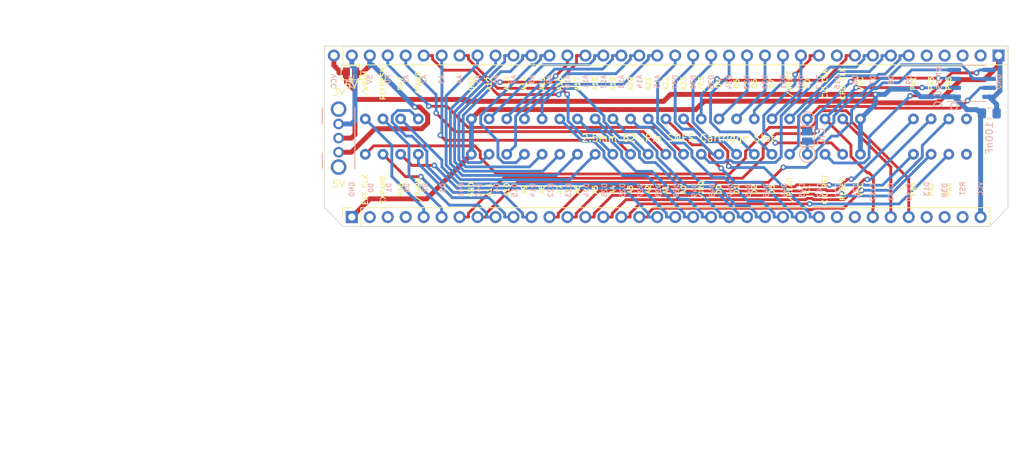
<source format=kicad_pcb>
(kicad_pcb (version 20211014) (generator pcbnew)
  (title_block (title "OSCR SNES ADAPTER") (date "2021-10-31") (rev "V1"))
  (layers (0 "F.Cu" signal) (31 "B.Cu" signal) (34 "B.Paste" user) (35 "F.Paste" user) (36 "B.SilkS" user "B.Silkscreen") (37 "F.SilkS" user "F.Silkscreen") (38 "B.Mask" user) (39 "F.Mask" user) (44 "Edge.Cuts" user))
  (net 0 "")
  (net 1 "D30")
  (net 2 "D31")
  (net 3 "D28")
  (net 4 "D29")
  (net 5 "D26")
  (net 6 "D27")
  (net 7 "D24")
  (net 8 "D25")
  (net 9 "D22")
  (net 10 "D23")
  (net 11 "+5V")
  (net 12 "+3V3")
  (net 15 "D17")
  (net 16 "D14")
  (net 17 "D15")
  (net 20 "D8")
  (net 21 "D9")
  (net 22 "D6")
  (net 23 "D7")
  (net 24 "D4")
  (net 26 "D2")
  (net 27 "D3")
  (net 31 "VCC")
  (net 32 "GND")
  (net 33 "D46")
  (net 34 "D47")
  (net 35 "D44")
  (net 36 "D45")
  (net 37 "D42")
  (net 38 "D43")
  (net 39 "D40")
  (net 40 "D41")
  (net 42 "D36")
  (net 43 "D37")
  (net 44 "D34")
  (net 45 "D32")
  (net 46 "D33")
  (net 47 "A14")
  (net 48 "A15")
  (net 49 "A12")
  (net 50 "A13")
  (net 51 "A10")
  (net 52 "A11")
  (net 53 "A8")
  (net 54 "A9")
  (net 55 "A6")
  (net 56 "A7")
  (net 57 "A4")
  (net 58 "A5")
  (net 59 "A2")
  (net 60 "A3")
  (net 61 "A0")
  (net 62 "A1")
  (net 63 "D35")
  (net 68 "D49")
  (net 69 "D48")
  (net 70 "CLK2")
  (net 71 "CLK1")
  (net 72 "CLK0")
  (net 73 "CIC DATA 0")
  (net 76 "CIC RESET")
  (net 77 "CIC DATA 1")
  (footprint "Connector_PinSocket_2.54mm:PinSocket_1x36_P2.54mm_Vertical" (layer "F.Cu") (at 105.1 104.255 90)
    (fp_text reference "J2")
    (fp_text value "CART SLOT BOTTOM ROW")
  )
  (footprint "Connector_PinSocket_2.54mm:PinSocket_1x38_P2.54mm_Vertical" (layer "F.Cu") (at 102.56 81.395 90)
    (fp_text reference "J1")
    (fp_text value "CART SLOT TOP ROW")
  )
  (footprint "Jumper:SolderJumper-2_P1.3mm_Open_Pad1.0x1.5mm" (layer "F.Cu") (at 104.98 83.83)
    (fp_text reference "JP2" hide)
    (fp_text value "SolderJumper_2_Open")
  )
  (footprint "!sanni:SNES Slot" (layer "F.Cu") (at 107.005 95.365 90)
    (fp_text reference "J3" hide)
    (fp_text value "SNES_Slot")
  )
  (footprint "Button_Switch_THT:SW_CuK_OS102011MA1QN1_SPDT_Angled" (layer "B.Cu") (at 103.23 95.08 90)
    (fp_text reference "SW1" hide)
    (fp_text value "SW_SPDT")
  )
  (footprint "Package_SO:SOIC-8_3.9x4.9mm_P1.27mm" (layer "B.Cu") (at 192.73 85.33)
    (fp_text reference "U1" hide)
    (fp_text value "PIC12F629-IP")
  )
  (footprint "Jumper:SolderJumper-2_P1.3mm_Open_Pad1.0x1.5mm" (layer "B.Cu") (at 169.48 92.855 -90)
    (fp_text reference "JP1" hide)
    (fp_text value "SolderJumper_2_Open")
  )
  (footprint "Capacitor_SMD:C_0805_2012Metric_Pad1.18x1.45mm_HandSolder" (layer "B.Cu") (at 195.23 89.58)
    (fp_text reference "C1" hide)
    (fp_text value "C_Small")
  )
  (gr_circle (center 169.505 90.365) (end 168.505 90.365) (layer "B.SilkS") (width 0.15) (fill none))
  (gr_circle (center 169.505 95.365) (end 170.505 94.865) (layer "B.SilkS") (width 0.15) (fill none))
  (gr_circle (center 190.23 88.58) (end 190.73 88.58) (layer "B.SilkS") (width 0.15) (fill none))
  (gr_line (start 101.23 80.07) (end 101.23 102.88) (layer "Edge.Cuts") (width 0.1))
  (gr_line (start 197.87 80.07) (end 101.23 80.07) (layer "Edge.Cuts") (width 0.1))
  (gr_line (start 195.33 105.58) (end 197.87 102.88) (layer "Edge.Cuts") (width 0.1))
  (gr_line (start 103.83 105.58) (end 195.33 105.58) (layer "Edge.Cuts") (width 0.1))
  (gr_line (start 197.87 102.88) (end 197.87 80.07) (layer "Edge.Cuts") (width 0.1))
  (gr_line (start 101.23 102.88) (end 103.83 105.58) (layer "Edge.Cuts") (width 0.1))
  (gr_text "D43" (at 168.76 99.345 90) (layer "B.SilkS") (effects (font (size 0.7 0.7) (thickness 0.125)) (justify left mirror)))
  (gr_text "D3" (at 117.96 99.345 90) (layer "B.SilkS") (effects (font (size 0.7 0.7) (thickness 0.125)) (justify left mirror)))
  (gr_text "D1" (at 110.34 99.345 90) (layer "B.SilkS") (effects (font (size 0.7 0.7) (thickness 0.125)) (justify left mirror)))
  (gr_text "D9" (at 183.86 84.055 90) (layer "B.SilkS") (effects (font (size 0.7 0.7) (thickness 0.125)) (justify left mirror)))
  (gr_text "A6" (at 125.44 84.055 90) (layer "B.SilkS") (effects (font (size 0.7 0.7) (thickness 0.125)) (justify left mirror)))
  (gr_text "D48" (at 156.06 99.345 90) (layer "B.SilkS") (effects (font (size 0.7 0.7) (thickness 0.125)) (justify left mirror)))
  (gr_text "VCC" (at 194 99.175 90) (layer "B.SilkS") (effects (font (size 0.7 0.7) (thickness 0.125)) (justify left mirror)))
  (gr_text "A4" (at 120.36 84.055 90) (layer "B.SilkS") (effects (font (size 0.7 0.7) (thickness 0.125)) (justify left mirror)))
  (gr_text "A2" (at 115.28 84.055 90) (layer "B.SilkS") (effects (font (size 0.7 0.7) (thickness 0.125)) (justify left mirror)))
  (gr_text "D31" (at 166.08 84.055 90) (layer "B.SilkS") (effects (font (size 0.7 0.7) (thickness 0.125)) (justify left mirror)))
  (gr_text "D23" (at 135.74 99.345 90) (layer "B.SilkS") (effects (font (size 0.7 0.7) (thickness 0.125)) (justify left mirror)))
  (gr_text "D7" (at 178.78 84.055 90) (layer "B.SilkS") (effects (font (size 0.7 0.7) (thickness 0.125)) (justify left mirror)))
  (gr_text "D49" (at 153.52 99.345 90) (layer "B.SilkS") (effects (font (size 0.7 0.7) (thickness 0.125)) (justify left mirror)))
  (gr_text "D38" (at 188.92 99.345 90) (layer "B.SilkS") (effects (font (size 0.7 0.7) (thickness 0.125)) (justify left mirror)))
  (gr_text "A10" (at 135.6 84.055 90) (layer "B.SilkS") (effects (font (size 0.7 0.7) (thickness 0.125)) (justify left mirror)))
  (gr_text "D37" (at 150.84 84.055 90) (layer "B.SilkS") (effects (font (size 0.7 0.7) (thickness 0.125)) (justify left mirror)))
  (gr_text "D4" (at 125.58 99.345 90) (layer "B.SilkS") (effects (font (size 0.7 0.7) (thickness 0.125)) (justify left mirror)))
  (gr_text "D32" (at 163.54 84.055 90) (layer "B.SilkS") (effects (font (size 0.7 0.7) (thickness 0.125)) (justify left mirror)))
  (gr_text "D8" (at 181.32 84.055 90) (layer "B.SilkS") (effects (font (size 0.7 0.7) (thickness 0.125)) (justify left mirror)))
  (gr_text "D30" (at 168.62 84.055 90) (layer "B.SilkS") (effects (font (size 0.7 0.7) (thickness 0.125)) (justify left mirror)))
  (gr_text "CIC" (at 171.48 92.855 90) (layer "B.SilkS") (effects (font (size 1 1)) (justify mirror)))
  (gr_text "D29" (at 150.98 99.345 90) (layer "B.SilkS") (effects (font (size 0.7 0.7) (thickness 0.125)) (justify left mirror)))
  (gr_text "RST" (at 191.46 99.175 90) (layer "B.SilkS") (effects (font (size 0.7 0.7) (thickness 0.125)) (justify left mirror)))
  (gr_text "A14" (at 145.76 84.055 90) (layer "B.SilkS") (effects (font (size 0.7 0.7) (thickness 0.125)) (justify left mirror)))
  (gr_text "D2" (at 115.42 99.345 90) (layer "B.SilkS") (effects (font (size 0.7 0.7) (thickness 0.125)) (justify left mirror)))
  (gr_text "CLK2" (at 178.76 99.345 90) (layer "B.SilkS") (effects (font (size 0.7 0.7) (thickness 0.125)) (justify left mirror)))
  (gr_text "D14" (at 130.66 99.345 90) (layer "B.SilkS") (effects (font (size 0.7 0.7) (thickness 0.125)) (justify left mirror)))
  (gr_text "3V3" (at 105.1 84.055 90) (layer "B.SilkS") (effects (font (size 0.7 0.7) (thickness 0.125)) (justify left mirror)))
  (gr_text "D47" (at 158.6 99.345 90) (layer "B.SilkS") (effects (font (size 0.7 0.7) (thickness 0.125)) (justify left mirror)))
  (gr_text "D6" (at 176.24 84.055 90) (layer "B.SilkS") (effects (font (size 0.7 0.7) (thickness 0.125)) (justify left mirror)))
  (gr_text "A0" (at 110.2 84.055 90) (layer "B.SilkS") (effects (font (size 0.7 0.7) (thickness 0.125)) (justify left mirror)))
  (gr_text "D40" (at 123.04 99.345 90) (layer "B.SilkS") (effects (font (size 0.7 0.7) (thickness 0.125)) (justify left mirror)))
  (gr_text "A5" (at 122.9 84.055 90) (layer "B.SilkS") (effects (font (size 0.7 0.7) (thickness 0.125)) (justify left mirror)))
  (gr_text "CLK1" (at 181.3 99.345 90) (layer "B.SilkS") (effects (font (size 0.7 0.7) (thickness 0.125)) (justify left mirror)))
  (gr_text "snesCIC" (at 187.98 85.83 90) (layer "B.SilkS") (effects (font (size 1 1)) (justify mirror)))
  (gr_text "A1" (at 112.74 84.055 90) (layer "B.SilkS") (effects (font (size 0.7 0.7) (thickness 0.125)) (justify left mirror)))
  (gr_text "D24" (at 138.28 99.345 90) (layer "B.SilkS") (effects (font (size 0.7 0.7) (thickness 0.125)) (justify left mirror)))
  (gr_text "D44" (at 166.22 99.345 90) (layer "B.SilkS") (effects (font (size 0.7 0.7) (thickness 0.125)) (justify left mirror)))
  (gr_text "D22" (at 133.2 99.345 90) (layer "B.SilkS") (effects (font (size 0.7 0.7) (thickness 0.125)) (justify left mirror)))
  (gr_text "A12" (at 140.68 84.055 90) (layer "B.SilkS") (effects (font (size 0.7 0.7) (thickness 0.125)) (justify left mirror)))
  (gr_text "D26" (at 143.36 99.345 90) (layer "B.SilkS") (effects (font (size 0.7 0.7) (thickness 0.125)) (justify left mirror)))
  (gr_text "D42" (at 171.3 99.345 90) (layer "B.SilkS") (effects (font (size 0.7 0.7) (thickness 0.125)) (justify left mirror)))
  (gr_text "VCC" (at 102.56 83.935 90) (layer "B.SilkS") (effects (font (size 0.7 0.7) (thickness 0.125)) (justify left mirror)))
  (gr_text "D5" (at 112.88 99.345 90) (layer "B.SilkS") (effects (font (size 0.7 0.7) (thickness 0.125)) (justify left mirror)))
  (gr_text "100nF" (at 195.23 93.08 90) (layer "B.SilkS") (effects (font (size 1 1)) (justify mirror)))
  (gr_text "A3" (at 117.82 84.055 90) (layer "B.SilkS") (effects (font (size 0.7 0.7) (thickness 0.125)) (justify left mirror)))
  (gr_text "D36" (at 153.38 84.055 90) (layer "B.SilkS") (effects (font (size 0.7 0.7) (thickness 0.125)) (justify left mirror)))
  (gr_text "D33" (at 161 84.055 90) (layer "B.SilkS") (effects (font (size 0.7 0.7) (thickness 0.125)) (justify left mirror)))
  (gr_text "D34" (at 158.46 84.055 90) (layer "B.SilkS") (effects (font (size 0.7 0.7) (thickness 0.125)) (justify left mirror)))
  (gr_text "D15" (at 128.12 99.345 90) (layer "B.SilkS") (effects (font (size 0.7 0.7) (thickness 0.125)) (justify left mirror)))
  (gr_text "GND" (at 105.1 99.175 90) (layer "B.SilkS") (effects (font (size 0.7 0.7) (thickness 0.125)) (justify left mirror)))
  (gr_text "D28" (at 148.44 99.345 90) (layer "B.SilkS") (effects (font (size 0.7 0.7) (thickness 0.125)) (justify left mirror)))
  (gr_text "D21" (at 176.38 99.345 90) (layer "B.SilkS") (effects (font (size 0.7 0.7) (thickness 0.125)) (justify left mirror)))
  (gr_text "CLK0" (at 183.84 99.345 90) (layer "B.SilkS") (effects (font (size 0.7 0.7) (thickness 0.125)) (justify left mirror)))
  (gr_text "D17" (at 171.16 84.055 90) (layer "B.SilkS") (effects (font (size 0.7 0.7) (thickness 0.125)) (justify left mirror)))
  (gr_text "D41" (at 120.5 99.345 90) (layer "B.SilkS") (effects (font (size 0.7 0.7) (thickness 0.125)) (justify left mirror)))
  (gr_text "A9" (at 133.06 84.055 90) (layer "B.SilkS") (effects (font (size 0.7 0.7) (thickness 0.125)) (justify left mirror)))
  (gr_text "A7" (at 127.98 84.055 90) (layer "B.SilkS") (effects (font (size 0.7 0.7) (thickness 0.125)) (justify left mirror)))
  (gr_text "D27" (at 145.9 99.345 90) (layer "B.SilkS") (effects (font (size 0.7 0.7) (thickness 0.125)) (justify left mirror)))
  (gr_text "GND" (at 196.54 83.935 90) (layer "B.SilkS") (effects (font (size 0.7 0.7) (thickness 0.125)) (justify left mirror)))
  (gr_text "A8" (at 130.52 84.055 90) (layer "B.SilkS") (effects (font (size 0.7 0.7) (thickness 0.125)) (justify left mirror)))
  (gr_text "D46" (at 161.14 99.345 90) (layer "B.SilkS") (effects (font (size 0.7 0.7) (thickness 0.125)) (justify left mirror)))
  (gr_text "A11" (at 138.14 84.055 90) (layer "B.SilkS") (effects (font (size 0.7 0.7) (thickness 0.125)) (justify left mirror)))
  (gr_text "D20" (at 173.84 99.345 90) (layer "B.SilkS") (effects (font (size 0.7 0.7) (thickness 0.125)) (justify left mirror)))
  (gr_text "A13" (at 143.22 84.055 90) (layer "B.SilkS") (effects (font (size 0.7 0.7) (thickness 0.125)) (justify left mirror)))
  (gr_text "D16" (at 173.7 84.055 90) (layer "B.SilkS") (effects (font (size 0.7 0.7) (thickness 0.125)) (justify left mirror)))
  (gr_text "D13" (at 186.38 99.175 90) (layer "B.SilkS") (effects (font (size 0.7 0.7) (thickness 0.125)) (justify left mirror)))
  (gr_text "A15" (at 148.3 84.055 90) (layer "B.SilkS") (effects (font (size 0.7 0.7) (thickness 0.125)) (justify left mirror)))
  (gr_text "D25" (at 140.82 99.345 90) (layer "B.SilkS") (effects (font (size 0.7 0.7) (thickness 0.125)) (justify left mirror)))
  (gr_text "D45" (at 163.68 99.345 90) (layer "B.SilkS") (effects (font (size 0.7 0.7) (thickness 0.125)) (justify left mirror)))
  (gr_text "5V" (at 107.64 84.055 90) (layer "B.SilkS") (effects (font (size 0.7 0.7) (thickness 0.125)) (justify left mirror)))
  (gr_text "D0" (at 107.8 99.345 90) (layer "B.SilkS") (effects (font (size 0.7 0.7) (thickness 0.125)) (justify left mirror)))
  (gr_text "D35" (at 155.92 84.055 90) (layer "B.SilkS") (effects (font (size 0.7 0.7) (thickness 0.125)) (justify left mirror)))
  (gr_text "A22" (at 149.505 85.365 90) (layer "F.SilkS") (effects (font (size 0.7 0.7))))
  (gr_text "A18" (at 139.505 85.365 90) (layer "F.SilkS") (effects (font (size 0.7 0.7))))
  (gr_text "A1" (at 149.489457 100.364999 90) (layer "F.SilkS") (effects (font (size 0.7 0.7))))
  (gr_text "/WRAM" (at 107.005 85.365 90) (layer "F.SilkS") (effects (font (size 0.7 0.7))))
  (gr_text "PA1" (at 184.505 85.365 90) (layer "F.SilkS") (effects (font (size 0.7 0.7))))
  (gr_text "C0" (at 169.505 85.365 90) (layer "F.SilkS") (effects (font (size 0.7 0.7))))
  (gr_text "D4" (at 157.005 85.365 90) (layer "F.SilkS") (effects (font (size 0.7 0.7))))
  (gr_text "PA5" (at 189.489457 85.357444 90) (layer "F.SilkS") (effects (font (size 0.7 0.7))))
  (gr_text "A10" (at 126.997444 100.364999 90) (layer "F.SilkS") (effects (font (size 0.7 0.7))))
  (gr_text "VCC" (at 177.005 100.365 90) (layer "F.SilkS") (effects (font (size 0.7 0.7))))
  (gr_text "PA6" (at 111.990104 100.364999 90) (layer "F.SilkS") (effects (font (size 0.7 0.7))))
  (gr_text "CIC RST" (at 172.005 100.365 90) (layer "F.SilkS") (effects (font (size 0.7 0.7))))
  (gr_text "PA2" (at 187.005 100.365 90) (layer "F.SilkS") (effects (font (size 0.7 0.7))))
  (gr_text "A7" (at 134.482117 100.364999 90) (layer "F.SilkS") (effects (font (size 0.7 0.7))))
  (gr_text "CPU CLK" (at 174.505 85.365 90) (layer "F.SilkS") (effects (font (size 0.7 0.7))))
  (gr_text "/PAWR" (at 114.505 85.365 90) (layer "F.SilkS") (effects (font (size 0.7 0.7))))
  (gr_text "A12" (at 124.505 85.365 90) (layer "F.SilkS") (effects (font (size 0.7 0.7))))
  (gr_text "PA4" (at 189.505 100.365 90) (layer "F.SilkS") (effects (font (size 0.7 0.7))))
  (gr_text "A0" (at 151.997013 100.364999 90) (layer "F.SilkS") (effects (font (size 0.7 0.7))))
  (gr_text "3V" (at 103.23 86.58) (layer "F.SilkS") (effects (font (size 1 1))))
  (gr_text "D3" (at 164.505 100.365 90) (layer "F.SilkS") (effects (font (size 0.7 0.7))))
  (gr_text "D7" (at 164.505 85.365 90) (layer "F.SilkS") (effects (font (size 0.7 0.7))))
  (gr_text "A13" (at 127.005 85.365 90) (layer "F.SilkS") (effects (font (size 0.7 0.7))))
  (gr_text "5V" (at 103.23 99.58) (layer "F.SilkS") (effects (font (size 1 1))))
  (gr_text "A20" (at 144.505 85.365 90) (layer "F.SilkS") (effects (font (size 0.7 0.7))))
  (gr_text "A3" (at 144.474346 100.364999 90) (layer "F.SilkS") (effects (font (size 0.7 0.7))))
  (gr_text "/PARD" (at 114.497659 100.364999 90) (layer "F.SilkS") (effects (font (size 0.7 0.7))))
  (gr_text "PA0" (at 184.505 100.365 90) (layer "F.SilkS") (effects (font (size 0.7 0.7))))
  (gr_text "/CS" (at 154.505 85.365 90) (layer "F.SilkS") (effects (font (size 0.7 0.7))))
  (gr_text "5V" (at 104.98 85.58) (layer "F.SilkS") (effects (font (size 1 1))))
  (gr_text "GND" (at 122.005 85.365 90) (layer "F.SilkS") (effects (font (size 0.7 0.7))))
  (gr_text "A5" (at 139.497228 100.364999 90) (layer "F.SilkS") (effects (font (size 0.7 0.7))))
  (gr_text "D5" (at 159.505 85.365 90) (layer "F.SilkS") (effects (font (size 0.7 0.7))))
  (gr_text "A17" (at 137.005 85.365 90) (layer "F.SilkS") (effects (font (size 0.7 0.7))))
  (gr_text "A16" (at 134.505 85.365 90) (layer "F.SilkS") (effects (font (size 0.7 0.7))))
  (gr_text "A19" (at 142.005 85.365 90) (layer "F.SilkS") (effects (font (size 0.7 0.7))))
  (gr_text "CIC CLK" (at 172.005 85.365 90) (layer "F.SilkS") (effects (font (size 0.7 0.7))))
  (gr_text "RESET" (at 174.505 100.365 90) (layer "F.SilkS") (effects (font (size 0.7 0.7))))
  (gr_text "A4" (at 142.004784 100.364999 90) (layer "F.SilkS") (effects (font (size 0.7 0.7))))
  (gr_text "/IRQ" (at 154.505 100.365 90) (layer "F.SilkS") (effects (font (size 0.7 0.7))))
  (gr_text "EXT CLK" (at 107.005 100.365 90) (layer "F.SilkS") (effects (font (size 0.7 0.7))))
  (gr_text "REFRESH" (at 109.505 85.365 90) (layer "F.SilkS") (effects (font (size 0.7 0.7))))
  (gr_text "A14" (at 129.505 85.365 90) (layer "F.SilkS") (effects (font (size 0.7 0.7))))
  (gr_text "VCC" (at 177.005 85.365 90) (layer "F.SilkS") (effects (font (size 0.7 0.7))))
  (gr_text "A9" (at 129.467006 100.364999 90) (layer "F.SilkS") (effects (font (size 0.7 0.7))))
  (gr_text "D6" (at 162.005 85.365 90) (layer "F.SilkS") (effects (font (size 0.7 0.7))))
  (gr_text "GND" (at 121.982333 100.364999 90) (layer "F.SilkS") (effects (font (size 0.7 0.7))))
  (gr_text "/WRITE" (at 167.005 85.365 90) (layer "F.SilkS") (effects (font (size 0.7 0.7))))
  (gr_text "A2" (at 147.005 100.365 90) (layer "F.SilkS") (effects (font (size 0.7 0.7))))
  (gr_text "A21" (at 147.005 85.365 90) (layer "F.SilkS") (effects (font (size 0.7 0.7))))
  (gr_text "A23" (at 152.005 85.365 90) (layer "F.SilkS") (effects (font (size 0.7 0.7))))
  (gr_text "D1" (at 159.505 100.365 90) (layer "F.SilkS") (effects (font (size 0.7 0.7))))
  (gr_text "2.5mm 62-Pin SNES Cartridge Slot" (at 151.23 93.08) (layer "F.SilkS") (effects (font (size 1 1))))
  (gr_text "A11" (at 124.489888 100.364999 90) (layer "F.SilkS") (effects (font (size 0.7 0.7))))
  (gr_text "/READ" (at 167.005 100.365 90) (layer "F.SilkS") (effects (font (size 0.7 0.7))))
  (gr_text "PA3" (at 187.019895 85.357444 90) (layer "F.SilkS") (effects (font (size 0.7 0.7))))
  (gr_text "A15" (at 132.005 85.365 90) (layer "F.SilkS") (effects (font (size 0.7 0.7))))
  (gr_text "C1" (at 169.505 100.365 90) (layer "F.SilkS") (effects (font (size 0.7 0.7))))
  (gr_text "A6" (at 136.989673 100.364999 90) (layer "F.SilkS") (effects (font (size 0.7 0.7))))
  (gr_text "PA7" (at 112.005 85.365 90) (layer "F.SilkS") (effects (font (size 0.7 0.7))))
  (gr_text "D0" (at 157.005 100.365 90) (layer "F.SilkS") (effects (font (size 0.7 0.7))))
  (gr_text "A8" (at 131.974562 100.364999 90) (layer "F.SilkS") (effects (font (size 0.7 0.7))))
  (gr_text "EXPAND" (at 109.505 100.365 90) (layer "F.SilkS") (effects (font (size 0.7 0.7))))
  (gr_text "D2" (at 162.005 100.365 90) (layer "F.SilkS") (effects (font (size 0.7 0.7))))
  (segment (start 168.6 81.395) (end 168.6 82.6453) (width 0.4) (layer "B.Cu") (net 1))
  (segment (start 168.6 86.27) (end 164.505 90.365) (width 0.4) (layer "B.Cu") (net 1))
  (segment (start 168.6 82.6453) (end 168.6 86.27) (width 0.4) (layer "B.Cu") (net 1))
  (segment (start 166.06 85.1096) (end 162.005 89.1646) (width 0.4) (layer "B.Cu") (net 2))
  (segment (start 166.06 82.6453) (end 166.06 85.1096) (width 0.4) (layer "B.Cu") (net 2))
  (segment (start 162.005 89.1646) (end 162.005 90.365) (width 0.4) (layer "B.Cu") (net 2))
  (segment (start 166.06 81.395) (end 166.06 82.6453) (width 0.4) (layer "B.Cu") (net 2))
  (segment (start 112.005 95.365) (end 113.5862 96.9462) (width 0.4) (layer "F.Cu") (net 3))
  (segment (start 113.5862 96.9462) (end 116.7604 96.9462) (width 0.4) (layer "F.Cu") (net 3))
  (via (at 116.7604 96.9462) (size 0.8) (drill 0.4) (layers "F.Cu" "B.Cu") (net 3))
  (segment (start 119.9731 100.1589) (end 143.4517 100.1589) (width 0.4) (layer "B.Cu") (net 3))
  (segment (start 148.28 104.255) (end 147.0297 104.255) (width 0.4) (layer "B.Cu") (net 3))
  (segment (start 147.0297 103.7369) (end 147.0297 104.255) (width 0.4) (layer "B.Cu") (net 3))
  (segment (start 116.7604 96.9462) (end 119.9731 100.1589) (width 0.4) (layer "B.Cu") (net 3))
  (segment (start 143.4517 100.1589) (end 147.0297 103.7369) (width 0.4) (layer "B.Cu") (net 3))
  (segment (start 117.8378 97.1746) (end 120.2218 99.5586) (width 0.4) (layer "B.Cu") (net 4))
  (segment (start 117.8378 96.1978) (end 117.8378 97.1746) (width 0.4) (layer "B.Cu") (net 4))
  (segment (start 112.005 90.365) (end 117.8378 96.1978) (width 0.4) (layer "B.Cu") (net 4))
  (segment (start 150.82 104.255) (end 149.5697 104.255) (width 0.4) (layer "B.Cu") (net 4))
  (segment (start 120.2218 99.5586) (end 145.4203 99.5586) (width 0.4) (layer "B.Cu") (net 4))
  (segment (start 145.4203 99.5586) (end 149.5697 103.708) (width 0.4) (layer "B.Cu") (net 4))
  (segment (start 149.5697 103.708) (end 149.5697 104.255) (width 0.4) (layer "B.Cu") (net 4))
  (segment (start 143.2 104.255) (end 144.4503 104.255) (width 0.4) (layer "F.Cu") (net 5))
  (segment (start 169.8222 102.398) (end 145.7892 102.398) (width 0.4) (layer "F.Cu") (net 5))
  (segment (start 144.4503 103.7369) (end 144.4503 104.255) (width 0.4) (layer "F.Cu") (net 5))
  (segment (start 145.7892 102.398) (end 144.4503 103.7369) (width 0.4) (layer "F.Cu") (net 5))
  (segment (start 169.8269 102.4027) (end 169.8222 102.398) (width 0.4) (layer "F.Cu") (net 5))
  (via (at 169.8269 102.4027) (size 0.8) (drill 0.4) (layers "F.Cu" "B.Cu") (net 5))
  (segment (start 182.4673 102.4027) (end 169.8269 102.4027) (width 0.4) (layer "B.Cu") (net 5))
  (segment (start 189.505 95.365) (end 182.4673 102.4027) (width 0.4) (layer "B.Cu") (net 5))
  (segment (start 169.4955 103.203) (end 170.1584 103.203) (width 0.4) (layer "F.Cu") (net 6))
  (segment (start 169.2909 102.9984) (end 169.4955 103.203) (width 0.4) (layer "F.Cu") (net 6))
  (segment (start 174.6562 102.9983) (end 177.1921 100.4624) (width 0.4) (layer "F.Cu") (net 6))
  (segment (start 145.74 104.255) (end 146.9903 104.255) (width 0.4) (layer "F.Cu") (net 6))
  (segment (start 147.7288 102.9984) (end 169.2909 102.9984) (width 0.4) (layer "F.Cu") (net 6))
  (segment (start 170.1584 103.203) (end 170.3631 102.9983) (width 0.4) (layer "F.Cu") (net 6))
  (segment (start 146.9903 103.7369) (end 147.7288 102.9984) (width 0.4) (layer "F.Cu") (net 6))
  (segment (start 170.3631 102.9983) (end 174.6562 102.9983) (width 0.4) (layer "F.Cu") (net 6))
  (segment (start 146.9903 104.255) (end 146.9903 103.7369) (width 0.4) (layer "F.Cu") (net 6))
  (via (at 177.1921 100.4624) (size 0.8) (drill 0.4) (layers "F.Cu" "B.Cu") (net 6))
  (segment (start 189.505 90.365) (end 185.755 94.115) (width 0.4) (layer "B.Cu") (net 6))
  (segment (start 185.755 94.115) (end 185.755 95.7659) (width 0.4) (layer "B.Cu") (net 6))
  (segment (start 185.755 95.7659) (end 181.0585 100.4624) (width 0.4) (layer "B.Cu") (net 6))
  (segment (start 181.0585 100.4624) (end 177.1921 100.4624) (width 0.4) (layer "B.Cu") (net 6))
  (segment (start 169.2469 101.0021) (end 170.407 101.0021) (width 0.4) (layer "F.Cu") (net 7))
  (segment (start 170.407 101.0021) (end 170.5871 101.1822) (width 0.4) (layer "F.Cu") (net 7))
  (segment (start 141.925 101.1822) (end 169.0668 101.1822) (width 0.4) (layer "F.Cu") (net 7))
  (segment (start 138.12 104.255) (end 139.3703 104.255) (width 0.4) (layer "F.Cu") (net 7))
  (segment (start 174.1386 101.1822) (end 174.3571 100.9637) (width 0.4) (layer "F.Cu") (net 7))
  (segment (start 139.3703 104.255) (end 139.3703 103.7369) (width 0.4) (layer "F.Cu") (net 7))
  (segment (start 170.5871 101.1822) (end 174.1386 101.1822) (width 0.4) (layer "F.Cu") (net 7))
  (segment (start 169.0668 101.1822) (end 169.2469 101.0021) (width 0.4) (layer "F.Cu") (net 7))
  (segment (start 139.3703 103.7369) (end 141.925 101.1822) (width 0.4) (layer "F.Cu") (net 7))
  (via (at 174.3571 100.9637) (size 0.8) (drill 0.4) (layers "F.Cu" "B.Cu") (net 7))
  (segment (start 181.1073 101.2627) (end 174.6561 101.2627) (width 0.4) (layer "B.Cu") (net 7))
  (segment (start 187.005 95.365) (end 181.1073 101.2627) (width 0.4) (layer "B.Cu") (net 7))
  (segment (start 174.6561 101.2627) (end 174.3571 100.9637) (width 0.4) (layer "B.Cu") (net 7))
  (segment (start 140.66 104.255) (end 141.9103 104.255) (width 0.4) (layer "F.Cu") (net 8))
  (segment (start 174.6748 101.7976) (end 170.3536 101.7976) (width 0.4) (layer "F.Cu") (net 8))
  (segment (start 177.979 98.9433) (end 177.5291 98.9433) (width 0.4) (layer "F.Cu") (net 8))
  (segment (start 170.3536 101.7976) (end 170.1584 101.6024) (width 0.4) (layer "F.Cu") (net 8))
  (segment (start 170.1584 101.6024) (end 169.4955 101.6024) (width 0.4) (layer "F.Cu") (net 8))
  (segment (start 169.3003 101.7976) (end 143.8638 101.7976) (width 0.4) (layer "F.Cu") (net 8))
  (segment (start 169.4955 101.6024) (end 169.3003 101.7976) (width 0.4) (layer "F.Cu") (net 8))
  (segment (start 141.9103 103.7511) (end 141.9103 104.255) (width 0.4) (layer "F.Cu") (net 8))
  (segment (start 177.5291 98.9433) (end 174.6748 101.7976) (width 0.4) (layer "F.Cu") (net 8))
  (segment (start 143.8638 101.7976) (end 141.9103 103.7511) (width 0.4) (layer "F.Cu") (net 8))
  (via (at 177.979 98.9433) (size 0.8) (drill 0.4) (layers "F.Cu" "B.Cu") (net 8))
  (segment (start 177.979 98.9432) (end 177.979 98.9433) (width 0.4) (layer "B.Cu") (net 8))
  (segment (start 178.4268 98.9432) (end 177.979 98.9432) (width 0.4) (layer "B.Cu") (net 8))
  (segment (start 187.005 90.365) (end 178.4268 98.9432) (width 0.4) (layer "B.Cu") (net 8))
  (segment (start 134.2903 104.255) (end 134.2903 103.7369) (width 0.4) (layer "F.Cu") (net 9))
  (segment (start 167.996 99.7064) (end 172.6082 99.7064) (width 0.4) (layer "F.Cu") (net 9))
  (segment (start 167.7349 99.9675) (end 167.996 99.7064) (width 0.4) (layer "F.Cu") (net 9))
  (segment (start 133.04 104.255) (end 134.2903 104.255) (width 0.4) (layer "F.Cu") (net 9))
  (segment (start 134.2903 103.7369) (end 138.0597 99.9675) (width 0.4) (layer "F.Cu") (net 9))
  (segment (start 138.0597 99.9675) (end 167.7349 99.9675) (width 0.4) (layer "F.Cu") (net 9))
  (via (at 172.6082 99.7064) (size 0.8) (drill 0.4) (layers "F.Cu" "B.Cu") (net 9))
  (segment (start 177.5661 99.6621) (end 176.0958 99.6621) (width 0.4) (layer "B.Cu") (net 9))
  (segment (start 176.0958 99.6621) (end 176.0515 99.7064) (width 0.4) (layer "B.Cu") (net 9))
  (segment (start 180.1264 99.7436) (end 177.6476 99.7436) (width 0.4) (layer "B.Cu") (net 9))
  (segment (start 177.6476 99.7436) (end 177.5661 99.6621) (width 0.4) (layer "B.Cu") (net 9))
  (segment (start 176.0515 99.7064) (end 172.6082 99.7064) (width 0.4) (layer "B.Cu") (net 9))
  (segment (start 184.505 95.365) (end 180.1264 99.7436) (width 0.4) (layer "B.Cu") (net 9))
  (segment (start 172.1461 100.3762) (end 168.8998 100.3762) (width 0.4) (layer "F.Cu") (net 10))
  (segment (start 173.5359 100.5276) (end 172.2975 100.5276) (width 0.4) (layer "F.Cu") (net 10))
  (segment (start 135.58 104.255) (end 136.8303 104.255) (width 0.4) (layer "F.Cu") (net 10))
  (segment (start 172.2975 100.5276) (end 172.1461 100.3762) (width 0.4) (layer "F.Cu") (net 10))
  (segment (start 139.9993 100.5679) (end 136.8303 103.7369) (width 0.4) (layer "F.Cu") (net 10))
  (segment (start 175.1654 98.8981) (end 173.5359 100.5276) (width 0.4) (layer "F.Cu") (net 10))
  (segment (start 136.8303 103.7369) (end 136.8303 104.255) (width 0.4) (layer "F.Cu") (net 10))
  (segment (start 175.728 98.8981) (end 175.1654 98.8981) (width 0.4) (layer "F.Cu") (net 10))
  (segment (start 168.7081 100.5679) (end 139.9993 100.5679) (width 0.4) (layer "F.Cu") (net 10))
  (segment (start 168.8998 100.3762) (end 168.7081 100.5679) (width 0.4) (layer "F.Cu") (net 10))
  (via (at 175.728 98.8981) (size 0.8) (drill 0.4) (layers "F.Cu" "B.Cu") (net 10))
  (segment (start 184.505 90.365) (end 184.505 90.4645) (width 0.4) (layer "B.Cu") (net 10))
  (segment (start 184.505 90.4645) (end 176.0714 98.8981) (width 0.4) (layer "B.Cu") (net 10))
  (segment (start 176.0714 98.8981) (end 175.728 98.8981) (width 0.4) (layer "B.Cu") (net 10))
  (segment (start 115.8231 90.9285) (end 114.9938 91.7578) (width 0.7) (layer "F.Cu") (net 11))
  (segment (start 108.3525 91.7578) (end 105.0303 95.08) (width 0.7) (layer "F.Cu") (net 11))
  (segment (start 106.6803 83.83) (end 106.6803 83.755) (width 0.7) (layer "F.Cu") (net 11))
  (segment (start 115.8231 89.8002) (end 115.8231 90.9285) (width 0.7) (layer "F.Cu") (net 11))
  (segment (start 106.6803 83.755) (end 107.64 82.7953) (width 0.7) (layer "F.Cu") (net 11))
  (segment (start 114.7031 88.6802) (end 115.8231 89.8002) (width 0.7) (layer "F.Cu") (net 11))
  (segment (start 114.9938 91.7578) (end 108.3525 91.7578) (width 0.7) (layer "F.Cu") (net 11))
  (segment (start 113.9821 88.6802) (end 114.7031 88.6802) (width 0.7) (layer "F.Cu") (net 11))
  (segment (start 105.63 83.83) (end 106.6803 83.83) (width 0.7) (layer "F.Cu") (net 11))
  (segment (start 103.23 95.08) (end 105.0303 95.08) (width 0.7) (layer "F.Cu") (net 11))
  (segment (start 107.64 81.395) (end 107.64 82.7953) (width 0.7) (layer "F.Cu") (net 11))
  (via (at 113.9821 88.6802) (size 0.8) (drill 0.4) (layers "F.Cu" "B.Cu") (net 11))
  (segment (start 107.64 81.395) (end 107.64 82.7953) (width 0.7) (layer "B.Cu") (net 11))
  (segment (start 108.0972 82.7953) (end 113.9821 88.6802) (width 0.7) (layer "B.Cu") (net 11))
  (segment (start 107.64 82.7953) (end 108.0972 82.7953) (width 0.7) (layer "B.Cu") (net 11))
  (segment (start 105.1 81.395) (end 105.1 82.7953) (width 0.7) (layer "B.Cu") (net 12))
  (segment (start 103.23 91.08) (end 105.0303 91.08) (width 0.7) (layer "B.Cu") (net 12))
  (segment (start 105.5444 83.2397) (end 105.5444 90.5659) (width 0.7) (layer "B.Cu") (net 12))
  (segment (start 105.5444 90.5659) (end 105.0303 91.08) (width 0.7) (layer "B.Cu") (net 12))
  (segment (start 105.1 82.7953) (end 105.5444 83.2397) (width 0.7) (layer "B.Cu") (net 12))
  (segment (start 174.505 95.365) (end 172.8993 93.7593) (width 0.4) (layer "F.Cu") (net 15))
  (segment (start 169.8897 81.9582) (end 169.8897 81.395) (width 0.4) (layer "F.Cu") (net 15))
  (segment (start 167.7623 84.0856) (end 169.8897 81.9582) (width 0.4) (layer "F.Cu") (net 15))
  (segment (start 171.14 81.395) (end 169.8897 81.395) (width 0.4) (layer "F.Cu") (net 15))
  (segment (start 172.8993 93.7593) (end 164.9839 93.7593) (width 0.4) (layer "F.Cu") (net 15))
  (via (at 164.9839 93.7593) (size 0.8) (drill 0.4) (layers "F.Cu" "B.Cu") (net 15))
  (via (at 167.7623 84.0856) (size 0.8) (drill 0.4) (layers "F.Cu" "B.Cu") (net 15))
  (segment (start 163.3367 89.8772) (end 167.7623 85.4516) (width 0.4) (layer "B.Cu") (net 15))
  (segment (start 164.9839 93.7593) (end 163.3367 92.1121) (width 0.4) (layer "B.Cu") (net 15))
  (segment (start 163.3367 92.1121) (end 163.3367 89.8772) (width 0.4) (layer "B.Cu") (net 15))
  (segment (start 167.7623 85.4516) (end 167.7623 84.0856) (width 0.4) (layer "B.Cu") (net 15))
  (segment (start 119.4283 100.7592) (end 126.272 100.7592) (width 0.4) (layer "B.Cu") (net 16))
  (segment (start 110.8131 89.9028) (end 110.8131 90.824) (width 0.4) (layer "B.Cu") (net 16))
  (segment (start 130.5 104.255) (end 129.2497 104.255) (width 0.4) (layer "B.Cu") (net 16))
  (segment (start 115.7157 94.9247) (end 115.7157 97.0466) (width 0.4) (layer "B.Cu") (net 16))
  (segment (start 114.505 90.365) (end 113.31 89.17) (width 0.4) (layer "B.Cu") (net 16))
  (segment (start 126.272 100.7592) (end 129.2497 103.7369) (width 0.4) (layer "B.Cu") (net 16))
  (segment (start 112.7872 92.7981) (end 113.5891 92.7981) (width 0.4) (layer "B.Cu") (net 16))
  (segment (start 113.31 89.17) (end 111.5459 89.17) (width 0.4) (layer "B.Cu") (net 16))
  (segment (start 129.2497 103.7369) (end 129.2497 104.255) (width 0.4) (layer "B.Cu") (net 16))
  (segment (start 110.8131 90.824) (end 112.7872 92.7981) (width 0.4) (layer "B.Cu") (net 16))
  (segment (start 111.5459 89.17) (end 110.8131 89.9028) (width 0.4) (layer "B.Cu") (net 16))
  (segment (start 115.7157 97.0466) (end 119.4283 100.7592) (width 0.4) (layer "B.Cu") (net 16))
  (segment (start 113.5891 92.7981) (end 115.7157 94.9247) (width 0.4) (layer "B.Cu") (net 16))
  (segment (start 119.3234 101.5145) (end 124.4873 101.5145) (width 0.4) (layer "B.Cu") (net 17))
  (segment (start 127.96 104.255) (end 126.7097 104.255) (width 0.4) (layer "B.Cu") (net 17))
  (segment (start 124.4873 101.5145) (end 126.7097 103.7369) (width 0.4) (layer "B.Cu") (net 17))
  (segment (start 114.505 95.365) (end 114.505 96.6961) (width 0.4) (layer "B.Cu") (net 17))
  (segment (start 126.7097 103.7369) (end 126.7097 104.255) (width 0.4) (layer "B.Cu") (net 17))
  (segment (start 114.505 96.6961) (end 119.3234 101.5145) (width 0.4) (layer "B.Cu") (net 17))
  (segment (start 173.71 83.66) (end 178.3028 83.66) (width 0.4) (layer "B.Cu") (net 20))
  (segment (start 167.005 90.365) (end 173.71 83.66) (width 0.4) (layer "B.Cu") (net 20))
  (segment (start 180.0497 81.9131) (end 180.0497 81.395) (width 0.4) (layer "B.Cu") (net 20))
  (segment (start 181.3 81.395) (end 180.0497 81.395) (width 0.4) (layer "B.Cu") (net 20))
  (segment (start 178.3028 83.66) (end 180.0497 81.9131) (width 0.4) (layer "B.Cu") (net 20))
  (segment (start 168.255 89.9676) (end 173.9622 84.2604) (width 0.4) (layer "B.Cu") (net 21))
  (segment (start 167.005 95.365) (end 168.255 94.115) (width 0.4) (layer "B.Cu") (net 21))
  (segment (start 182.5897 81.9131) (end 182.5897 81.395) (width 0.4) (layer "B.Cu") (net 21))
  (segment (start 179.3491 84.2604) (end 179.5676 84.0419) (width 0.4) (layer "B.Cu") (net 21))
  (segment (start 173.9622 84.2604) (end 179.3491 84.2604) (width 0.4) (layer "B.Cu") (net 21))
  (segment (start 168.255 94.115) (end 168.255 89.9676) (width 0.4) (layer "B.Cu") (net 21))
  (segment (start 179.5676 84.0419) (end 180.4609 84.0419) (width 0.4) (layer "B.Cu") (net 21))
  (segment (start 180.4609 84.0419) (end 182.5897 81.9131) (width 0.4) (layer "B.Cu") (net 21))
  (segment (start 183.84 81.395) (end 182.5897 81.395) (width 0.4) (layer "B.Cu") (net 21))
  (segment (start 156.7416 84.7008) (end 156.9342 84.8934) (width 0.4) (layer "F.Cu") (net 22))
  (segment (start 176.22 81.395) (end 174.9697 81.395) (width 0.4) (layer "F.Cu") (net 22))
  (segment (start 156.9342 84.8934) (end 171.9894 84.8934) (width 0.4) (layer "F.Cu") (net 22))
  (segment (start 171.9894 84.8934) (end 174.9697 81.9131) (width 0.4) (layer "F.Cu") (net 22))
  (segment (start 174.9697 81.9131) (end 174.9697 81.395) (width 0.4) (layer "F.Cu") (net 22))
  (via (at 156.7416 84.7008) (size 0.8) (drill 0.4) (layers "F.Cu" "B.Cu") (net 22))
  (segment (start 154.505 86.9374) (end 156.7416 84.7008) (width 0.4) (layer "B.Cu") (net 22))
  (segment (start 154.505 90.365) (end 154.505 86.9374) (width 0.4) (layer "B.Cu") (net 22))
  (segment (start 158.0661 96.2571) (end 157.7958 96.5274) (width 0.4) (layer "B.Cu") (net 23))
  (segment (start 165.8095 89.9096) (end 165.8095 95.7345) (width 0.4) (layer "B.Cu") (net 23))
  (segment (start 158.729 96.2571) (end 158.0661 96.2571) (width 0.4) (layer "B.Cu") (net 23))
  (segment (start 177.5097 81.395) (end 177.5097 81.9131) (width 0.4) (layer "B.Cu") (net 23))
  (segment (start 176.3862 83.0366) (end 172.6825 83.0366) (width 0.4) (layer "B.Cu") (net 23))
  (segment (start 158.9993 96.5274) (end 158.729 96.2571) (width 0.4) (layer "B.Cu") (net 23))
  (segment (start 178.76 81.395) (end 177.5097 81.395) (width 0.4) (layer "B.Cu") (net 23))
  (segment (start 155.6674 96.5274) (end 154.505 95.365) (width 0.4) (layer "B.Cu") (net 23))
  (segment (start 177.5097 81.9131) (end 176.3862 83.0366) (width 0.4) (layer "B.Cu") (net 23))
  (segment (start 172.6825 83.0366) (end 165.8095 89.9096) (width 0.4) (layer "B.Cu") (net 23))
  (segment (start 157.7958 96.5274) (end 155.6674 96.5274) (width 0.4) (layer "B.Cu") (net 23))
  (segment (start 165.8095 95.7345) (end 165.0166 96.5274) (width 0.4) (layer "B.Cu") (net 23))
  (segment (start 165.0166 96.5274) (end 158.9993 96.5274) (width 0.4) (layer "B.Cu") (net 23))
  (segment (start 109.505 95.365) (end 112.6815 98.5415) (width 0.4) (layer "F.Cu") (net 24))
  (segment (start 112.6815 98.5415) (end 114.8758 98.5415) (width 0.4) (layer "F.Cu") (net 24))
  (via (at 114.8758 98.5415) (size 0.8) (drill 0.4) (layers "F.Cu" "B.Cu") (net 24))
  (segment (start 118.9043 102.57) (end 123.0028 102.57) (width 0.4) (layer "B.Cu") (net 24))
  (segment (start 125.42 104.255) (end 124.1697 104.255) (width 0.4) (layer "B.Cu") (net 24))
  (segment (start 124.1697 103.7369) (end 124.1697 104.255) (width 0.4) (layer "B.Cu") (net 24))
  (segment (start 114.8758 98.5415) (end 118.9043 102.57) (width 0.4) (layer "B.Cu") (net 24))
  (segment (start 123.0028 102.57) (end 124.1697 103.7369) (width 0.4) (layer "B.Cu") (net 24))
  (segment (start 110.755 94.115) (end 107.005 90.365) (width 0.4) (layer "B.Cu") (net 26))
  (segment (start 110.755 98.4997) (end 110.755 94.115) (width 0.4) (layer "B.Cu") (net 26))
  (segment (start 115.26 103.0047) (end 110.755 98.4997) (width 0.4) (layer "B.Cu") (net 26))
  (segment (start 115.26 104.255) (end 115.26 103.0047) (width 0.4) (layer "B.Cu") (net 26))
  (segment (start 113.1808 98.3855) (end 117.8 103.0047) (width 0.4) (layer "B.Cu") (net 27))
  (segment (start 113.1808 94.0408) (end 113.1808 98.3855) (width 0.4) (layer "B.Cu") (net 27))
  (segment (start 109.505 90.365) (end 113.1808 94.0408) (width 0.4) (layer "B.Cu") (net 27))
  (segment (start 117.8 104.255) (end 117.8 103.0047) (width 0.4) (layer "B.Cu") (net 27))
  (segment (start 104.33 83.83) (end 103.2797 83.83) (width 0.7) (layer "F.Cu") (net 31))
  (segment (start 103.23 93.08) (end 105.0303 93.08) (width 0.7) (layer "F.Cu") (net 31))
  (segment (start 105.541 87.6107) (end 121.1861 87.6107) (width 0.7) (layer "F.Cu") (net 31))
  (segment (start 103.2797 83.83) (end 103.2797 83.515) (width 0.7) (layer "F.Cu") (net 31))
  (segment (start 149.1764 87.8763) (end 150.1598 86.8929) (width 0.7) (layer "F.Cu") (net 31))
  (segment (start 104.33 83.83) (end 104.33 85.1303) (width 0.7) (layer "F.Cu") (net 31))
  (segment (start 105.541 92.5693) (end 105.0303 93.08) (width 0.7) (layer "F.Cu") (net 31))
  (segment (start 121.1861 87.6107) (end 121.4517 87.8763) (width 0.7) (layer "F.Cu") (net 31))
  (segment (start 150.1598 86.8929) (end 179.1211 86.8929) (width 0.7) (layer "F.Cu") (net 31))
  (segment (start 105.541 86.3413) (end 105.541 87.6107) (width 0.7) (layer "F.Cu") (net 31))
  (segment (start 104.33 85.1303) (end 105.541 86.3413) (width 0.7) (layer "F.Cu") (net 31))
  (segment (start 102.56 81.395) (end 102.56 82.7953) (width 0.7) (layer "F.Cu") (net 31))
  (segment (start 103.2797 83.515) (end 102.56 82.7953) (width 0.7) (layer "F.Cu") (net 31))
  (segment (start 121.4517 87.8763) (end 149.1764 87.8763) (width 0.7) (layer "F.Cu") (net 31))
  (segment (start 105.541 87.6107) (end 105.541 92.5693) (width 0.7) (layer "F.Cu") (net 31))
  (via (at 179.1211 86.8929) (size 0.8) (drill 0.4) (layers "F.Cu" "B.Cu") (net 31))
  (segment (start 194 89.58) (end 193.4726 89.0526) (width 0.7) (layer "B.Cu") (net 31))
  (segment (start 177.005 90.365) (end 179.1211 88.2489) (width 0.7) (layer "B.Cu") (net 31))
  (segment (start 194 104.255) (end 194 102.8547) (width 0.7) (layer "B.Cu") (net 31))
  (segment (start 181.22 86.15) (end 184.423 86.15) (width 0.7) (layer "B.Cu") (net 31))
  (segment (start 177.005 90.365) (end 177.005 95.365) (width 0.7) (layer "B.Cu") (net 31))
  (segment (start 184.423 86.15) (end 185.508 87.235) (width 0.7) (layer "B.Cu") (net 31))
  (segment (start 179.1211 88.2489) (end 179.1211 86.8929) (width 0.7) (layer "B.Cu") (net 31))
  (segment (start 192.0726 89.0526) (end 190.255 87.235) (width 0.7) (layer "B.Cu") (net 31))
  (segment (start 193.4726 89.0526) (end 192.0726 89.0526) (width 0.7) (layer "B.Cu") (net 31))
  (segment (start 179.1211 86.8929) (end 180.4771 86.8929) (width 0.7) (layer "B.Cu") (net 31))
  (segment (start 180.4771 86.8929) (end 181.22 86.15) (width 0.7) (layer "B.Cu") (net 31))
  (segment (start 194 89.58) (end 194 102.8547) (width 0.7) (layer "B.Cu") (net 31))
  (segment (start 185.508 87.235) (end 190.255 87.235) (width 0.7) (layer "B.Cu") (net 31))
  (segment (start 194.1925 89.58) (end 194 89.58) (width 0.7) (layer "B.Cu") (net 31))
  (segment (start 107.6725 101.6825) (end 105.1 104.255) (width 0.7) (layer "F.Cu") (net 32))
  (segment (start 191.202 84.8) (end 194.5353 84.8) (width 0.7) (layer "F.Cu") (net 32))
  (segment (start 179.1532 87.8519) (end 179.3927 88.0914) (width 0.7) (layer "F.Cu") (net 32))
  (segment (start 194.5353 84.8) (end 196.54 82.7953) (width 0.7) (layer "F.Cu") (net 32))
  (segment (start 122.005 90.365) (end 123.3278 89.0422) (width 0.7) (layer "F.Cu") (net 32))
  (segment (start 154.9091 87.8519) (end 179.1532 87.8519) (width 0.7) (layer "F.Cu") (net 32))
  (segment (start 122.005 95.365) (end 115.6875 101.6825) (width 0.7) (layer "F.Cu") (net 32))
  (segment (start 115.6875 101.6825) (end 107.6725 101.6825) (width 0.7) (layer "F.Cu") (net 32))
  (segment (start 153.7188 89.0422) (end 154.9091 87.8519) (width 0.7) (layer "F.Cu") (net 32))
  (segment (start 123.3278 89.0422) (end 153.7188 89.0422) (width 0.7) (layer "F.Cu") (net 32))
  (segment (start 187.9106 88.0914) (end 191.202 84.8) (width 0.7) (layer "F.Cu") (net 32))
  (segment (start 196.54 81.395) (end 196.54 82.7953) (width 0.7) (layer "F.Cu") (net 32))
  (segment (start 179.3927 88.0914) (end 187.9106 88.0914) (width 0.7) (layer "F.Cu") (net 32))
  (segment (start 196.2675 89.58) (end 196.2675 88.2975) (width 0.7) (layer "B.Cu") (net 32))
  (segment (start 196.7324 86.4049) (end 196.7324 81.5874) (width 0.7) (layer "B.Cu") (net 32))
  (segment (start 195.5537 87.5836) (end 196.7324 86.4049) (width 0.7) (layer "B.Cu") (net 32))
  (segment (start 122.005 95.365) (end 122.005 90.365) (width 0.7) (layer "B.Cu") (net 32))
  (segment (start 195.5537 87.5836) (end 195.205 87.235) (width 0.7) (layer "B.Cu") (net 32))
  (segment (start 196.7324 81.5874) (end 196.54 81.395) (width 0.7) (layer "B.Cu") (net 32))
  (segment (start 196.2675 88.2975) (end 195.5537 87.5836) (width 0.7) (layer "B.Cu") (net 32))
  (segment (start 148.255 95.7959) (end 152.4074 99.9483) (width 0.4) (layer "B.Cu") (net 33))
  (segment (start 152.4074 99.9483) (end 155.9215 99.9483) (width 0.4) (layer "B.Cu") (net 33))
  (segment (start 159.7297 103.7565) (end 159.7297 104.255) (width 0.4) (layer "B.Cu") (net 33))
  (segment (start 160.98 104.255) (end 159.7297 104.255) (width 0.4) (layer "B.Cu") (net 33))
  (segment (start 148.255 94.9576) (end 148.255 95.7959) (width 0.4) (layer "B.Cu") (net 33))
  (segment (start 155.9215 99.9483) (end 159.7297 103.7565) (width 0.4) (layer "B.Cu") (net 33))
  (segment (start 145.4252 92.1278) (end 148.255 94.9576) (width 0.4) (layer "B.Cu") (net 33))
  (segment (start 143.7678 92.1278) (end 145.4252 92.1278) (width 0.4) (layer "B.Cu") (net 33))
  (segment (start 142.005 90.365) (end 143.7678 92.1278) (width 0.4) (layer "B.Cu") (net 33))
  (segment (start 144.5107 93.7198) (end 145.755 94.9641) (width 0.4) (layer "B.Cu") (net 34))
  (segment (start 157.1897 103.7369) (end 157.1897 104.255) (width 0.4) (layer "B.Cu") (net 34))
  (segment (start 146.5096 96.5274) (end 148.0095 96.5274) (width 0.4) (layer "B.Cu") (net 34))
  (segment (start 148.0095 96.5274) (end 152.3884 100.9063) (width 0.4) (layer "B.Cu") (net 34))
  (segment (start 158.44 104.255) (end 157.1897 104.255) (width 0.4) (layer "B.Cu") (net 34))
  (segment (start 139.505 90.365) (end 142.8598 93.7198) (width 0.4) (layer "B.Cu") (net 34))
  (segment (start 145.755 95.7728) (end 146.5096 96.5274) (width 0.4) (layer "B.Cu") (net 34))
  (segment (start 142.8598 93.7198) (end 144.5107 93.7198) (width 0.4) (layer "B.Cu") (net 34))
  (segment (start 154.3591 100.9063) (end 157.1897 103.7369) (width 0.4) (layer "B.Cu") (net 34))
  (segment (start 145.755 94.9641) (end 145.755 95.7728) (width 0.4) (layer "B.Cu") (net 34))
  (segment (start 152.3884 100.9063) (end 154.3591 100.9063) (width 0.4) (layer "B.Cu") (net 34))
  (segment (start 150.4108 93.7777) (end 152.1005 93.7777) (width 0.4) (layer "B.Cu") (net 35))
  (segment (start 156.1291 98.6504) (end 157.7559 98.6504) (width 0.4) (layer "B.Cu") (net 35))
  (segment (start 163.0795 102.0067) (end 164.8097 103.7369) (width 0.4) (layer "B.Cu") (net 35))
  (segment (start 147.005 90.365) (end 147.005 90.3719) (width 0.4) (layer "B.Cu") (net 35))
  (segment (start 153.181 94.8582) (end 153.181 95.7023) (width 0.4) (layer "B.Cu") (net 35))
  (segment (start 164.8097 103.7369) (end 164.8097 104.255) (width 0.4) (layer "B.Cu") (net 35))
  (segment (start 157.7559 98.6504) (end 161.1122 102.0067) (width 0.4) (layer "B.Cu") (net 35))
  (segment (start 161.1122 102.0067) (end 163.0795 102.0067) (width 0.4) (layer "B.Cu") (net 35))
  (segment (start 166.06 104.255) (end 164.8097 104.255) (width 0.4) (layer "B.Cu") (net 35))
  (segment (start 147.005 90.3719) (end 150.4108 93.7777) (width 0.4) (layer "B.Cu") (net 35))
  (segment (start 153.181 95.7023) (end 156.1291 98.6504) (width 0.4) (layer "B.Cu") (net 35))
  (segment (start 152.1005 93.7777) (end 153.181 94.8582) (width 0.4) (layer "B.Cu") (net 35))
  (segment (start 161.1399 102.6071) (end 162.2697 103.7369) (width 0.4) (layer "B.Cu") (net 36))
  (segment (start 154.3252 99.3479) (end 156.1899 99.3479) (width 0.4) (layer "B.Cu") (net 36))
  (segment (start 145.6674 91.5274) (end 147.3114 91.5274) (width 0.4) (layer "B.Cu") (net 36))
  (segment (start 150.7551 94.9711) (end 150.7551 95.7778) (width 0.4) (layer "B.Cu") (net 36))
  (segment (start 147.3114 91.5274) (end 150.7551 94.9711) (width 0.4) (layer "B.Cu") (net 36))
  (segment (start 150.7551 95.7778) (end 154.3252 99.3479) (width 0.4) (layer "B.Cu") (net 36))
  (segment (start 163.52 104.255) (end 162.2697 104.255) (width 0.4) (layer "B.Cu") (net 36))
  (segment (start 156.1899 99.3479) (end 159.4491 102.6071) (width 0.4) (layer "B.Cu") (net 36))
  (segment (start 159.4491 102.6071) (end 161.1399 102.6071) (width 0.4) (layer "B.Cu") (net 36))
  (segment (start 144.505 90.365) (end 145.6674 91.5274) (width 0.4) (layer "B.Cu") (net 36))
  (segment (start 162.2697 103.7369) (end 162.2697 104.255) (width 0.4) (layer "B.Cu") (net 36))
  (segment (start 158.255 96.9149) (end 158.3975 97.0574) (width 0.4) (layer "F.Cu") (net 37))
  (segment (start 155.0721 93.4321) (end 156.7624 93.4321) (width 0.4) (layer "F.Cu") (net 37))
  (segment (start 152.005 90.365) (end 155.0721 93.4321) (width 0.4) (layer "F.Cu") (net 37))
  (segment (start 156.7624 93.4321) (end 158.255 94.9247) (width 0.4) (layer "F.Cu") (net 37))
  (segment (start 158.255 94.9247) (end 158.255 96.9149) (width 0.4) (layer "F.Cu") (net 37))
  (via (at 158.3975 97.0574) (size 0.8) (drill 0.4) (layers "F.Cu" "B.Cu") (net 37))
  (segment (start 163.3631 97.2497) (end 169.8897 103.7763) (width 0.4) (layer "B.Cu") (net 37))
  (segment (start 158.5898 97.2497) (end 163.3631 97.2497) (width 0.4) (layer "B.Cu") (net 37))
  (segment (start 171.14 104.255) (end 169.8897 104.255) (width 0.4) (layer "B.Cu") (net 37))
  (segment (start 169.8897 103.7763) (end 169.8897 104.255) (width 0.4) (layer "B.Cu") (net 37))
  (segment (start 158.3975 97.0574) (end 158.5898 97.2497) (width 0.4) (layer "B.Cu") (net 37))
  (segment (start 149.505 90.365) (end 153.1725 94.0325) (width 0.4) (layer "F.Cu") (net 38))
  (segment (start 154.8313 94.0325) (end 155.6674 94.8686) (width 0.4) (layer "F.Cu") (net 38))
  (segment (start 153.1725 94.0325) (end 154.8313 94.0325) (width 0.4) (layer "F.Cu") (net 38))
  (segment (start 155.6674 95.7128) (end 157.3023 97.3477) (width 0.4) (layer "F.Cu") (net 38))
  (segment (start 155.6674 94.8686) (end 155.6674 95.7128) (width 0.4) (layer "F.Cu") (net 38))
  (via (at 157.3023 97.3477) (size 0.8) (drill 0.4) (layers "F.Cu" "B.Cu") (net 38))
  (segment (start 162.9393 99.3265) (end 167.3497 103.7369) (width 0.4) (layer "B.Cu") (net 38))
  (segment (start 157.3023 97.3477) (end 159.2811 99.3265) (width 0.4) (layer "B.Cu") (net 38))
  (segment (start 168.6 104.255) (end 167.3497 104.255) (width 0.4) (layer "B.Cu") (net 38))
  (segment (start 167.3497 103.7369) (end 167.3497 104.255) (width 0.4) (layer "B.Cu") (net 38))
  (segment (start 159.2811 99.3265) (end 162.9393 99.3265) (width 0.4) (layer "B.Cu") (net 38))
  (segment (start 128.4797 99.3586) (end 163.9788 99.3586) (width 0.4) (layer "F.Cu") (net 39))
  (segment (start 124.1303 104.255) (end 124.1303 103.708) (width 0.4) (layer "F.Cu") (net 39))
  (segment (start 163.9788 99.3586) (end 166.1154 97.222) (width 0.4) (layer "F.Cu") (net 39))
  (segment (start 124.1303 103.708) (end 128.4797 99.3586) (width 0.4) (layer "F.Cu") (net 39))
  (segment (start 122.88 104.255) (end 124.1303 104.255) (width 0.4) (layer "F.Cu") (net 39))
  (via (at 166.1154 97.222) (size 0.8) (drill 0.4) (layers "F.Cu" "B.Cu") (net 39))
  (segment (start 172.9185 92.7981) (end 170.755 94.9616) (width 0.4) (layer "B.Cu") (net 39))
  (segment (start 184.2659 83.425) (end 182.4483 85.2426) (width 0.4) (layer "B.Cu") (net 39))
  (segment (start 179.3196 86.0926) (end 178.7897 86.0926) (width 0.4) (layer "B.Cu") (net 39))
  (segment (start 170.755 94.9616) (end 170.755 95.8424) (width 0.4) (layer "B.Cu") (net 39))
  (segment (start 175.755 90.8161) (end 173.773 92.7981) (width 0.4) (layer "B.Cu") (net 39))
  (segment (start 170.755 95.8424) (end 169.3754 97.222) (width 0.4) (layer "B.Cu") (net 39))
  (segment (start 180.1696 85.2426) (end 179.3196 86.0926) (width 0.4) (layer "B.Cu") (net 39))
  (segment (start 182.4483 85.2426) (end 180.1696 85.2426) (width 0.4) (layer "B.Cu") (net 39))
  (segment (start 173.773 92.7981) (end 172.9185 92.7981) (width 0.4) (layer "B.Cu") (net 39))
  (segment (start 175.755 89.1273) (end 175.755 90.8161) (width 0.4) (layer "B.Cu") (net 39))
  (segment (start 178.7897 86.0926) (end 175.755 89.1273) (width 0.4) (layer "B.Cu") (net 39))
  (segment (start 190.255 83.425) (end 184.2659 83.425) (width 0.4) (layer "B.Cu") (net 39))
  (segment (start 169.3754 97.222) (end 166.1154 97.222) (width 0.4) (layer "B.Cu") (net 39))
  (segment (start 170.5111 92.4415) (end 170.8717 92.0809) (width 0.4) (layer "F.Cu") (net 40))
  (segment (start 163.255 95.8276) (end 163.255 94.2846) (width 0.4) (layer "F.Cu") (net 40))
  (segment (start 176.1304 84.5889) (end 188.024 84.5889) (width 0.4) (layer "F.Cu") (net 40))
  (segment (start 121.5903 104.255) (end 121.5903 103.708) (width 0.4) (layer "F.Cu") (net 40))
  (segment (start 165.0981 92.4415) (end 170.5111 92.4415) (width 0.4) (layer "F.Cu") (net 40))
  (segment (start 160.3244 98.7582) (end 163.255 95.8276) (width 0.4) (layer "F.Cu") (net 40))
  (segment (start 163.255 94.2846) (end 165.0981 92.4415) (width 0.4) (layer "F.Cu") (net 40))
  (segment (start 121.5903 103.708) (end 126.5401 98.7582) (width 0.4) (layer "F.Cu") (net 40))
  (segment (start 126.5401 98.7582) (end 160.3244 98.7582) (width 0.4) (layer "F.Cu") (net 40))
  (segment (start 120.34 104.255) (end 121.5903 104.255) (width 0.4) (layer "F.Cu") (net 40))
  (segment (start 175.6136 85.1057) (end 176.1304 84.5889) (width 0.4) (layer "F.Cu") (net 40))
  (via (at 170.8717 92.0809) (size 0.8) (drill 0.4) (layers "F.Cu" "B.Cu") (net 40))
  (via (at 175.6136 85.1057) (size 0.8) (drill 0.4) (layers "F.Cu" "B.Cu") (net 40))
  (via (at 188.024 84.5889) (size 0.8) (drill 0.4) (layers "F.Cu" "B.Cu") (net 40))
  (segment (start 170.8073 92.0165) (end 170.8073 89.912) (width 0.4) (layer "B.Cu") (net 40))
  (segment (start 190.255 84.695) (end 190.1489 84.5889) (width 0.4) (layer "B.Cu") (net 40))
  (segment (start 170.8717 92.0809) (end 170.8073 92.0165) (width 0.4) (layer "B.Cu") (net 40))
  (segment (start 190.1489 84.5889) (end 188.024 84.5889) (width 0.4) (layer "B.Cu") (net 40))
  (segment (start 170.8073 89.912) (end 175.6136 85.1057) (width 0.4) (layer "B.Cu") (net 40))
  (segment (start 153.36 81.395) (end 153.36 82.6453) (width 0.4) (layer "B.Cu") (net 42))
  (segment (start 150.82 90.8294) (end 150.82 85.1853) (width 0.4) (layer "B.Cu") (net 42))
  (segment (start 159.505 95.365) (end 157.7423 93.6023) (width 0.4) (layer "B.Cu") (net 42))
  (segment (start 151.795 91.8044) (end 150.82 90.8294) (width 0.4) (layer "B.Cu") (net 42))
  (segment (start 150.82 85.1853) (end 153.36 82.6453) (width 0.4) (layer "B.Cu") (net 42))
  (segment (start 153.4514 91.8044) (end 151.795 91.8044) (width 0.4) (layer "B.Cu") (net 42))
  (segment (start 157.7423 93.6023) (end 155.2493 93.6023) (width 0.4) (layer "B.Cu") (net 42))
  (segment (start 155.2493 93.6023) (end 153.4514 91.8044) (width 0.4) (layer "B.Cu") (net 42))
  (segment (start 157.005 95.365) (end 156.1629 95.365) (width 0.4) (layer "B.Cu") (net 43))
  (segment (start 156.1629 95.365) (end 153.8013 93.0034) (width 0.4) (layer "B.Cu") (net 43))
  (segment (start 150.82 81.395) (end 150.82 82.6453) (width 0.4) (layer "B.Cu") (net 43))
  (segment (start 148.3347 85.1306) (end 150.82 82.6453) (width 0.4) (layer "B.Cu") (net 43))
  (segment (start 153.8013 93.0034) (end 150.4856 93.0034) (width 0.4) (layer "B.Cu") (net 43))
  (segment (start 148.3347 90.8525) (end 148.3347 85.1306) (width 0.4) (layer "B.Cu") (net 43))
  (segment (start 150.4856 93.0034) (end 148.3347 90.8525) (width 0.4) (layer "B.Cu") (net 43))
  (segment (start 155.8234 86.7957) (end 158.44 84.1791) (width 0.4) (layer "B.Cu") (net 44))
  (segment (start 155.8234 90.8415) (end 155.8234 86.7957) (width 0.4) (layer "B.Cu") (net 44))
  (segment (start 161.3417 92.2017) (end 157.1836 92.2017) (width 0.4) (layer "B.Cu") (net 44))
  (segment (start 164.505 95.365) (end 161.3417 92.2017) (width 0.4) (layer "B.Cu") (net 44))
  (segment (start 158.44 81.395) (end 158.44 82.6453) (width 0.4) (layer "B.Cu") (net 44))
  (segment (start 158.44 84.1791) (end 158.44 82.6453) (width 0.4) (layer "B.Cu") (net 44))
  (segment (start 157.1836 92.2017) (end 155.8234 90.8415) (width 0.4) (layer "B.Cu") (net 44))
  (segment (start 163.52 82.6453) (end 163.52 86.35) (width 0.4) (layer "B.Cu") (net 45))
  (segment (start 163.52 81.395) (end 163.52 82.6453) (width 0.4) (layer "B.Cu") (net 45))
  (segment (start 163.52 86.35) (end 159.505 90.365) (width 0.4) (layer "B.Cu") (net 45))
  (segment (start 160.98 86.39) (end 160.98 81.395) (width 0.4) (layer "B.Cu") (net 46))
  (segment (start 157.005 90.365) (end 160.98 86.39) (width 0.4) (layer "B.Cu") (net 46))
  (segment (start 145.74 81.395) (end 144.4897 81.395) (width 0.4) (layer "B.Cu") (net 47))
  (segment (start 129.505 89.7748) (end 134.1713 85.1085) (width 0.4) (layer "B.Cu") (net 47))
  (segment (start 135.3998 83.9652) (end 142.4376 83.9652) (width 0.4) (layer "B.Cu") (net 47))
  (segment (start 129.505 90.365) (end 129.505 89.7748) (width 0.4) (layer "B.Cu") (net 47))
  (segment (start 134.2565 85.1085) (end 135.3998 83.9652) (width 0.4) (layer "B.Cu") (net 47))
  (segment (start 144.4897 81.9131) (end 144.4897 81.395) (width 0.4) (layer "B.Cu") (net 47))
  (segment (start 134.1713 85.1085) (end 134.2565 85.1085) (width 0.4) (layer "B.Cu") (net 47))
  (segment (start 142.4376 83.9652) (end 144.4897 81.9131) (width 0.4) (layer "B.Cu") (net 47))
  (segment (start 134.453 85.7611) (end 134.7563 85.4578) (width 0.4) (layer "B.Cu") (net 48))
  (segment (start 143.485 85.4578) (end 147.0297 81.9131) (width 0.4) (layer "B.Cu") (net 48))
  (segment (start 147.0297 81.9131) (end 147.0297 81.395) (width 0.4) (layer "B.Cu") (net 48))
  (segment (start 134.7563 85.4578) (end 143.485 85.4578) (width 0.4) (layer "B.Cu") (net 48))
  (segment (start 148.28 81.395) (end 147.0297 81.395) (width 0.4) (layer "B.Cu") (net 48))
  (segment (start 134.3679 85.7611) (end 134.453 85.7611) (width 0.4) (layer "B.Cu") (net 48))
  (segment (start 132.005 88.124) (end 134.3679 85.7611) (width 0.4) (layer "B.Cu") (net 48))
  (segment (start 132.005 90.365) (end 132.005 88.124) (width 0.4) (layer "B.Cu") (net 48))
  (segment (start 124.505 90.365) (end 132.1856 82.6844) (width 0.4) (layer "B.Cu") (net 49))
  (segment (start 140.66 81.395) (end 139.4097 81.395) (width 0.4) (layer "B.Cu") (net 49))
  (segment (start 132.1856 82.6844) (end 138.6384 82.6844) (width 0.4) (layer "B.Cu") (net 49))
  (segment (start 139.4097 81.9131) (end 139.4097 81.395) (width 0.4) (layer "B.Cu") (net 49))
  (segment (start 138.6384 82.6844) (end 139.4097 81.9131) (width 0.4) (layer "B.Cu") (net 49))
  (segment (start 133.7894 83.3121) (end 127.005 90.0965) (width 0.4) (layer "B.Cu") (net 50))
  (segment (start 141.9497 81.9131) (end 140.5507 83.3121) (width 0.4) (layer "B.Cu") (net 50))
  (segment (start 127.005 90.0965) (end 127.005 90.365) (width 0.4) (layer "B.Cu") (net 50))
  (segment (start 141.9497 81.395) (end 141.9497 81.9131) (width 0.4) (layer "B.Cu") (net 50))
  (segment (start 140.5507 83.3121) (end 133.7894 83.3121) (width 0.4) (layer "B.Cu") (net 50))
  (segment (start 143.2 81.395) (end 141.9497 81.395) (width 0.4) (layer "B.Cu") (net 50))
  (segment (start 133.925 84.3082) (end 133.925 84.3003) (width 0.4) (layer "F.Cu") (net 51))
  (segment (start 135.58 81.395) (end 135.58 82.6453) (width 0.4) (layer "F.Cu") (net 51))
  (segment (start 133.925 84.3003) (end 135.58 82.6453) (width 0.4) (layer "F.Cu") (net 51))
  (via (at 133.925 84.3082) (size 0.8) (drill 0.4) (layers "F.Cu" "B.Cu") (net 51))
  (segment (start 133.9109 84.3082) (end 133.925 84.3082) (width 0.4) (layer "B.Cu") (net 51))
  (segment (start 127.005 95.365) (end 128.255 94.115) (width 0.4) (layer "B.Cu") (net 51))
  (segment (start 128.255 89.9641) (end 133.9109 84.3082) (width 0.4) (layer "B.Cu") (net 51))
  (segment (start 128.255 94.115) (end 128.255 89.9641) (width 0.4) (layer "B.Cu") (net 51))
  (segment (start 126.0606 85.1617) (end 134.2033 85.1617) (width 0.4) (layer "F.Cu") (net 52))
  (segment (start 134.2033 85.1617) (end 136.8697 82.4953) (width 0.4) (layer "F.Cu") (net 52))
  (segment (start 138.12 81.395) (end 136.8697 81.395) (width 0.4) (layer "F.Cu") (net 52))
  (segment (start 136.8697 82.4953) (end 136.8697 81.395) (width 0.4) (layer "F.Cu") (net 52))
  (via (at 126.0606 85.1617) (size 0.8) (drill 0.4) (layers "F.Cu" "B.Cu") (net 52))
  (segment (start 123.33 96.54) (end 121.5328 96.54) (width 0.4) (layer "B.Cu") (net 52))
  (segment (start 125.5468 85.1618) (end 126.0606 85.1618) (width 0.4) (layer "B.Cu") (net 52))
  (segment (start 124.505 95.365) (end 123.33 96.54) (width 0.4) (layer "B.Cu") (net 52))
  (segment (start 126.0606 85.1618) (end 126.0606 85.1617) (width 0.4) (layer "B.Cu") (net 52))
  (segment (start 120.8418 95.849) (end 120.8418 89.8668) (width 0.4) (layer "B.Cu") (net 52))
  (segment (start 121.5328 96.54) (end 120.8418 95.849) (width 0.4) (layer "B.Cu") (net 52))
  (segment (start 120.8418 89.8668) (end 125.5468 85.1618) (width 0.4) (layer "B.Cu") (net 52))
  (segment (start 126.187 83.6725) (end 127.4903 83.6725) (width 0.4) (layer "B.Cu") (net 53))
  (segment (start 121.2162 97.1574) (end 120.239 96.1802) (width 0.4) (layer "B.Cu") (net 53))
  (segment (start 130.5 81.395) (end 129.2497 81.395) (width 0.4) (layer "B.Cu") (net 53))
  (segment (start 120.239 96.1802) (end 120.239 89.6205) (width 0.4) (layer "B.Cu") (net 53))
  (segment (start 127.4903 83.6725) (end 129.2497 81.9131) (width 0.4) (layer "B.Cu") (net 53))
  (segment (start 130.2126 97.1574) (end 121.2162 97.1574) (width 0.4) (layer "B.Cu") (net 53))
  (segment (start 120.239 89.6205) (end 126.187 83.6725) (width 0.4) (layer "B.Cu") (net 53))
  (segment (start 132.005 95.365) (end 130.2126 97.1574) (width 0.4) (layer "B.Cu") (net 53))
  (segment (start 129.2497 81.9131) (end 129.2497 81.395) (width 0.4) (layer "B.Cu") (net 53))
  (segment (start 133.04 81.395) (end 131.7897 81.395) (width 0.4) (layer "B.Cu") (net 54))
  (segment (start 128.3146 96.5554) (end 126.5111 96.5554) (width 0.4) (layer "B.Cu") (net 54))
  (segment (start 129.505 95.365) (end 128.3146 96.5554) (width 0.4) (layer "B.Cu") (net 54))
  (segment (start 126.5111 96.5554) (end 125.755 95.7993) (width 0.4) (layer "B.Cu") (net 54))
  (segment (start 130.9998 82.703) (end 131.7897 81.9131) (width 0.4) (layer "B.Cu") (net 54))
  (segment (start 125.755 95.7993) (end 125.755 93.4654) (width 0.4) (layer "B.Cu") (net 54))
  (segment (start 131.7897 81.9131) (end 131.7897 81.395) (width 0.4) (layer "B.Cu") (net 54))
  (segment (start 123.3176 89.8854) (end 130.5 82.703) (width 0.4) (layer "B.Cu") (net 54))
  (segment (start 125.755 93.4654) (end 123.3176 91.028) (width 0.4) (layer "B.Cu") (net 54))
  (segment (start 130.5 82.703) (end 130.9998 82.703) (width 0.4) (layer "B.Cu") (net 54))
  (segment (start 123.3176 91.028) (end 123.3176 89.8854) (width 0.4) (layer "B.Cu") (net 54))
  (segment (start 134.012 98.358) (end 137.005 95.365) (width 0.4) (layer "B.Cu") (net 55))
  (segment (start 119.0384 89.0269) (end 119.0384 96.6774) (width 0.4) (layer "B.Cu") (net 55))
  (segment (start 125.42 81.395) (end 125.42 82.6453) (width 0.4) (layer "B.Cu") (net 55))
  (segment (start 120.719 98.358) (end 134.012 98.358) (width 0.4) (layer "B.Cu") (net 55))
  (segment (start 119.0384 96.6774) (end 120.719 98.358) (width 0.4) (layer "B.Cu") (net 55))
  (segment (start 125.42 82.6453) (end 119.0384 89.0269) (width 0.4) (layer "B.Cu") (net 55))
  (segment (start 126.7097 82.2831) (end 119.6387 89.3541) (width 0.4) (layer "B.Cu") (net 56))
  (segment (start 126.7097 81.395) (end 126.7097 82.2831) (width 0.4) (layer "B.Cu") (net 56))
  (segment (start 127.96 81.395) (end 126.7097 81.395) (width 0.4) (layer "B.Cu") (net 56))
  (segment (start 120.9676 97.7577) (end 132.1123 97.7577) (width 0.4) (layer "B.Cu") (net 56))
  (segment (start 119.6387 89.3541) (end 119.6387 96.4288) (width 0.4) (layer "B.Cu") (net 56))
  (segment (start 119.6387 96.4288) (end 120.9676 97.7577) (width 0.4) (layer "B.Cu") (net 56))
  (segment (start 132.1123 97.7577) (end 134.505 95.365) (width 0.4) (layer "B.Cu") (net 56))
  (segment (start 125.7082 86.031) (end 121.5903 81.9131) (width 0.4) (layer "F.Cu") (net 57))
  (segment (start 134.7079 86.031) (end 125.7082 86.031) (width 0.4) (layer "F.Cu") (net 57))
  (segment (start 120.34 81.395) (end 121.5903 81.395) (width 0.4) (layer "F.Cu") (net 57))
  (segment (start 135.5507 86.8738) (end 134.7079 86.031) (width 0.4) (layer "F.Cu") (net 57))
  (segment (start 121.5903 81.9131) (end 121.5903 81.395) (width 0.4) (layer "F.Cu") (net 57))
  (via (at 135.5507 86.8738) (size 0.8) (drill 0.4) (layers "F.Cu" "B.Cu") (net 57))
  (segment (start 139.365 92.725) (end 137.7141 92.725) (width 0.4) (layer "B.Cu") (net 57))
  (segment (start 137.7141 92.725) (end 135.676 90.6869) (width 0.4) (layer "B.Cu") (net 57))
  (segment (start 142.005 95.365) (end 139.365 92.725) (width 0.4) (layer "B.Cu") (net 57))
  (segment (start 135.676 90.6869) (end 135.676 86.9991) (width 0.4) (layer "B.Cu") (net 57))
  (segment (start 135.676 86.9991) (end 135.5507 86.8738) (width 0.4) (layer "B.Cu") (net 57))
  (segment (start 120.4704 98.9583) (end 135.9117 98.9583) (width 0.4) (layer "B.Cu") (net 58))
  (segment (start 118.4381 96.926) (end 120.4704 98.9583) (width 0.4) (layer "B.Cu") (net 58))
  (segment (start 135.9117 98.9583) (end 139.505 95.365) (width 0.4) (layer "B.Cu") (net 58))
  (segment (start 122.88 82.6453) (end 118.4381 87.0872) (width 0.4) (layer "B.Cu") (net 58))
  (segment (start 118.4381 87.0872) (end 118.4381 96.926) (width 0.4) (layer "B.Cu") (net 58))
  (segment (start 122.88 81.395) (end 122.88 82.6453) (width 0.4) (layer "B.Cu") (net 58))
  (segment (start 116.5103 81.9131) (end 118.0604 83.4632) (width 0.4) (layer "F.Cu") (net 59))
  (segment (start 116.5103 81.395) (end 116.5103 81.9131) (width 0.4) (layer "F.Cu") (net 59))
  (segment (start 122.2913 83.4632) (end 125.7482 86.9201) (width 0.4) (layer "F.Cu") (net 59))
  (segment (start 125.7482 86.9201) (end 134.3418 86.9201) (width 0.4) (layer "F.Cu") (net 59))
  (segment (start 118.0604 83.4632) (end 122.2913 83.4632) (width 0.4) (layer "F.Cu") (net 59))
  (segment (start 115.26 81.395) (end 116.5103 81.395) (width 0.4) (layer "F.Cu") (net 59))
  (via (at 134.3418 86.9201) (size 0.8) (drill 0.4) (layers "F.Cu" "B.Cu") (net 59))
  (segment (start 147.005 95.365) (end 144.7014 93.0614) (width 0.4) (layer "B.Cu") (net 59))
  (segment (start 140.755 90.7659) (end 140.755 89.9277) (width 0.4) (layer "B.Cu") (net 59))
  (segment (start 140.755 89.9277) (end 136.8885 86.0612) (width 0.4) (layer "B.Cu") (net 59))
  (segment (start 144.7014 93.0614) (end 143.0505 93.0614) (width 0.4) (layer "B.Cu") (net 59))
  (segment (start 143.0505 93.0614) (end 140.755 90.7659) (width 0.4) (layer "B.Cu") (net 59))
  (segment (start 135.2007 86.0612) (end 134.3418 86.9201) (width 0.4) (layer "B.Cu") (net 59))
  (segment (start 136.8885 86.0612) (end 135.2007 86.0612) (width 0.4) (layer "B.Cu") (net 59))
  (segment (start 144.505 95.365) (end 142.5233 93.3833) (width 0.4) (layer "F.Cu") (net 60))
  (segment (start 118.32 93.3833) (end 117.6103 92.6736) (width 0.4) (layer "F.Cu") (net 60))
  (segment (start 142.5233 93.3833) (end 118.32 93.3833) (width 0.4) (layer "F.Cu") (net 60))
  (via (at 117.6103 92.6736) (size 0.8) (drill 0.4) (layers "F.Cu" "B.Cu") (net 60))
  (segment (start 117.8 82.6453) (end 117.8377 82.683) (width 0.4) (layer "B.Cu") (net 60))
  (segment (start 117.8377 92.4462) (end 117.6103 92.6736) (width 0.4) (layer "B.Cu") (net 60))
  (segment (start 117.8377 82.683) (end 117.8377 92.4462) (width 0.4) (layer "B.Cu") (net 60))
  (segment (start 117.8 81.395) (end 117.8 82.6453) (width 0.4) (layer "B.Cu") (net 60))
  (segment (start 152.005 95.365) (end 148.206 91.566) (width 0.4) (layer "F.Cu") (net 61))
  (segment (start 118.5234 88.568) (end 115.9788 88.568) (width 0.4) (layer "F.Cu") (net 61))
  (segment (start 121.5214 91.566) (end 118.5234 88.568) (width 0.4) (layer "F.Cu") (net 61))
  (segment (start 148.206 91.566) (end 121.5214 91.566) (width 0.4) (layer "F.Cu") (net 61))
  (via (at 115.9788 88.568) (size 0.8) (drill 0.4) (layers "F.Cu" "B.Cu") (net 61))
  (segment (start 110.18 81.395) (end 110.18 82.6453) (width 0.4) (layer "B.Cu") (net 61))
  (segment (start 115.9788 88.4441) (end 110.18 82.6453) (width 0.4) (layer "B.Cu") (net 61))
  (segment (start 115.9788 88.568) (end 115.9788 88.4441) (width 0.4) (layer "B.Cu") (net 61))
  (segment (start 146.3063 92.1663) (end 119.6486 92.1663) (width 0.4) (layer "F.Cu") (net 62))
  (segment (start 119.6486 92.1663) (end 117.0259 89.5436) (width 0.4) (layer "F.Cu") (net 62))
  (segment (start 149.505 95.365) (end 146.3063 92.1663) (width 0.4) (layer "F.Cu") (net 62))
  (via (at 117.0259 89.5436) (size 0.8) (drill 0.4) (layers "F.Cu" "B.Cu") (net 62))
  (segment (start 112.72 81.395) (end 112.72 82.6453) (width 0.4) (layer "B.Cu") (net 62))
  (segment (start 117.0259 86.9512) (end 117.0259 89.5436) (width 0.4) (layer "B.Cu") (net 62))
  (segment (start 112.72 82.6453) (end 117.0259 86.9512) (width 0.4) (layer "B.Cu") (net 62))
  (segment (start 162.005 95.365) (end 159.642 93.002) (width 0.4) (layer "B.Cu") (net 63))
  (segment (start 153.3397 85.2056) (end 155.9 82.6453) (width 0.4) (layer "B.Cu") (net 63))
  (segment (start 153.3397 90.8436) (end 153.3397 85.2056) (width 0.4) (layer "B.Cu") (net 63))
  (segment (start 155.9 81.395) (end 155.9 82.6453) (width 0.4) (layer "B.Cu") (net 63))
  (segment (start 159.642 93.002) (end 155.4981 93.002) (width 0.4) (layer "B.Cu") (net 63))
  (segment (start 155.4981 93.002) (end 153.3397 90.8436) (width 0.4) (layer "B.Cu") (net 63))
  (segment (start 143.3815 98.3853) (end 146.7581 98.3853) (width 0.4) (layer "B.Cu") (net 68))
  (segment (start 153.36 104.255) (end 152.1097 104.255) (width 0.4) (layer "B.Cu") (net 68))
  (segment (start 146.7581 98.3853) (end 152.1097 103.7369) (width 0.4) (layer "B.Cu") (net 68))
  (segment (start 134.505 90.365) (end 137.641 93.501) (width 0.4) (layer "B.Cu") (net 68))
  (segment (start 139.2919 93.501) (end 140.7451 94.9542) (width 0.4) (layer "B.Cu") (net 68))
  (segment (start 140.7451 95.7489) (end 143.3815 98.3853) (width 0.4) (layer "B.Cu") (net 68))
  (segment (start 137.641 93.501) (end 139.2919 93.501) (width 0.4) (layer "B.Cu") (net 68))
  (segment (start 140.7451 94.9542) (end 140.7451 95.7489) (width 0.4) (layer "B.Cu") (net 68))
  (segment (start 152.1097 103.7369) (end 152.1097 104.255) (width 0.4) (layer "B.Cu") (net 68))
  (segment (start 143.255 94.9681) (end 143.255 95.7769) (width 0.4) (layer "B.Cu") (net 69))
  (segment (start 151.4354 101.7189) (end 152.5924 101.7189) (width 0.4) (layer "B.Cu") (net 69))
  (segment (start 140.1906 91.9037) (end 143.255 94.9681) (width 0.4) (layer "B.Cu") (net 69))
  (segment (start 154.6497 103.7762) (end 154.6497 104.255) (width 0.4) (layer "B.Cu") (net 69))
  (segment (start 145.2631 97.785) (end 147.5015 97.785) (width 0.4) (layer "B.Cu") (net 69))
  (segment (start 138.5437 91.9037) (end 140.1906 91.9037) (width 0.4) (layer "B.Cu") (net 69))
  (segment (start 152.5924 101.7189) (end 154.6497 103.7762) (width 0.4) (layer "B.Cu") (net 69))
  (segment (start 137.005 90.365) (end 138.5437 91.9037) (width 0.4) (layer "B.Cu") (net 69))
  (segment (start 143.255 95.7769) (end 145.2631 97.785) (width 0.4) (layer "B.Cu") (net 69))
  (segment (start 155.9 104.255) (end 154.6497 104.255) (width 0.4) (layer "B.Cu") (net 69))
  (segment (start 147.5015 97.785) (end 151.4354 101.7189) (width 0.4) (layer "B.Cu") (net 69))
  (segment (start 178.8406 98.5975) (end 178.8406 102.9241) (width 0.4) (layer "F.Cu") (net 70))
  (segment (start 185.7379 85.9352) (end 176.3906 85.9352) (width 0.4) (layer "F.Cu") (net 70))
  (segment (start 177.9671 97.9801) (end 178.2232 97.9801) (width 0.4) (layer "F.Cu") (net 70))
  (segment (start 178.2232 97.9801) (end 178.8406 98.5975) (width 0.4) (layer "F.Cu") (net 70))
  (segment (start 178.8406 102.9241) (end 178.76 103.0047) (width 0.4) (layer "F.Cu") (net 70))
  (segment (start 175.6674 95.6804) (end 177.9671 97.9801) (width 0.4) (layer "F.Cu") (net 70))
  (segment (start 175.6674 94.0274) (end 175.6674 95.6804) (width 0.4) (layer "F.Cu") (net 70))
  (segment (start 172.005 90.365) (end 175.6674 94.0274) (width 0.4) (layer "F.Cu") (net 70))
  (segment (start 178.76 104.255) (end 178.76 103.0047) (width 0.4) (layer "F.Cu") (net 70))
  (via (at 185.7379 85.9352) (size 0.8) (drill 0.4) (layers "F.Cu" "B.Cu") (net 70))
  (via (at 176.3906 85.9352) (size 0.8) (drill 0.4) (layers "F.Cu" "B.Cu") (net 70))
  (segment (start 172.005 90.365) (end 172.005 90.3208) (width 0.4) (layer "B.Cu") (net 70))
  (segment (start 190.255 85.965) (end 185.7677 85.965) (width 0.4) (layer "B.Cu") (net 70))
  (segment (start 185.7677 85.965) (end 185.7379 85.9352) (width 0.4) (layer "B.Cu") (net 70))
  (segment (start 172.005 90.3208) (end 176.3906 85.9352) (width 0.4) (layer "B.Cu") (net 70))
  (segment (start 174.505 90.365) (end 181.3 97.16) (width 0.4) (layer "F.Cu") (net 71))
  (segment (start 181.3 97.16) (end 181.3 103.0047) (width 0.4) (layer "F.Cu") (net 71))
  (segment (start 181.3 104.255) (end 181.3 103.0047) (width 0.4) (layer "F.Cu") (net 71))
  (segment (start 123.255 95.8451) (end 125.5678 98.1579) (width 0.4) (layer "F.Cu") (net 72))
  (segment (start 125.5678 98.1579) (end 158.4917 98.1579) (width 0.4) (layer "F.Cu") (net 72))
  (segment (start 164.1554 91.5554) (end 169.9859 91.5554) (width 0.4) (layer "F.Cu") (net 72))
  (segment (start 175 89.2027) (end 175.755 89.9577) (width 0.4) (layer "F.Cu") (net 72))
  (segment (start 170.755 89.9676) (end 171.5199 89.2027) (width 0.4) (layer "F.Cu") (net 72))
  (segment (start 123.255 94.9678) (end 123.255 95.8451) (width 0.4) (layer "F.Cu") (net 72))
  (segment (start 160.755 94.9558) (end 164.1554 91.5554) (width 0.4) (layer "F.Cu") (net 72))
  (segment (start 183.84 98.8438) (end 183.84 104.255) (width 0.4) (layer "F.Cu") (net 72))
  (segment (start 170.755 90.7863) (end 170.755 89.9676) (width 0.4) (layer "F.Cu") (net 72))
  (segment (start 171.5199 89.2027) (end 175 89.2027) (width 0.4) (layer "F.Cu") (net 72))
  (segment (start 108.1944 94.1756) (end 122.4628 94.1756) (width 0.4) (layer "F.Cu") (net 72))
  (segment (start 107.005 95.365) (end 108.1944 94.1756) (width 0.4) (layer "F.Cu") (net 72))
  (segment (start 175.755 90.7588) (end 183.84 98.8438) (width 0.4) (layer "F.Cu") (net 72))
  (segment (start 169.9859 91.5554) (end 170.755 90.7863) (width 0.4) (layer "F.Cu") (net 72))
  (segment (start 158.4917 98.1579) (end 160.755 95.8946) (width 0.4) (layer "F.Cu") (net 72))
  (segment (start 160.755 95.8946) (end 160.755 94.9558) (width 0.4) (layer "F.Cu") (net 72))
  (segment (start 175.755 89.9577) (end 175.755 90.7588) (width 0.4) (layer "F.Cu") (net 72))
  (segment (start 122.4628 94.1756) (end 123.255 94.9678) (width 0.4) (layer "F.Cu") (net 72))
  (segment (start 169.505 90.365) (end 171.2677 88.6023) (width 0.4) (layer "F.Cu") (net 73))
  (segment (start 171.2677 88.6023) (end 178.8204 88.6023) (width 0.4) (layer "F.Cu") (net 73))
  (segment (start 191.09 88.8418) (end 192.1661 87.7657) (width 0.4) (layer "F.Cu") (net 73))
  (segment (start 178.8204 88.6023) (end 179.0599 88.8418) (width 0.4) (layer "F.Cu") (net 73))
  (segment (start 179.0599 88.8418) (end 191.09 88.8418) (width 0.4) (layer "F.Cu") (net 73))
  (via (at 192.1661 87.7657) (size 0.8) (drill 0.4) (layers "F.Cu" "B.Cu") (net 73))
  (segment (start 193.9668 85.965) (end 192.1661 87.7657) (width 0.4) (layer "B.Cu") (net 73))
  (segment (start 169.48 91.3047) (end 169.505 91.2797) (width 0.4) (layer "B.Cu") (net 73))
  (segment (start 195.205 85.965) (end 193.9668 85.965) (width 0.4) (layer "B.Cu") (net 73))
  (segment (start 169.505 91.2797) (end 169.505 90.365) (width 0.4) (layer "B.Cu") (net 73))
  (segment (start 169.48 92.205) (end 169.48 91.3047) (width 0.4) (layer "B.Cu") (net 73))
  (segment (start 186.6657 87.1003) (end 184.0293 87.1003) (width 0.4) (layer "F.Cu") (net 76))
  (segment (start 189.9164 83.8496) (end 186.6657 87.1003) (width 0.4) (layer "F.Cu") (net 76))
  (segment (start 193.4272 83.8496) (end 189.9164 83.8496) (width 0.4) (layer "F.Cu") (net 76))
  (via (at 184.0293 87.1003) (size 0.8) (drill 0.4) (layers "F.Cu" "B.Cu") (net 76))
  (via (at 193.4272 83.8496) (size 0.8) (drill 0.4) (layers "F.Cu" "B.Cu") (net 76))
  (segment (start 195.205 83.425) (end 193.8518 83.425) (width 0.4) (layer "B.Cu") (net 76))
  (segment (start 178.2439 95.8485) (end 177.4941 96.5983) (width 0.4) (layer "B.Cu") (net 76))
  (segment (start 178.2439 92.8857) (end 178.2439 95.8485) (width 0.4) (layer "B.Cu") (net 76))
  (segment (start 193.8518 83.425) (end 193.4272 83.8496) (width 0.4) (layer "B.Cu") (net 76))
  (segment (start 173.2383 96.5983) (end 172.005 95.365) (width 0.4) (layer "B.Cu") (net 76))
  (segment (start 177.4941 96.5983) (end 173.2383 96.5983) (width 0.4) (layer "B.Cu") (net 76))
  (segment (start 184.0293 87.1003) (end 178.2439 92.8857) (width 0.4) (layer "B.Cu") (net 76))
  (segment (start 178.9661 85.4923) (end 178.5411 85.4923) (width 0.4) (layer "B.Cu") (net 77))
  (segment (start 193.0106 84.695) (end 192.5579 84.2423) (width 0.4) (layer "B.Cu") (net 77))
  (segment (start 195.205 84.695) (end 193.0106 84.695) (width 0.4) (layer "B.Cu") (net 77))
  (segment (start 169.48 93.505) (end 169.48 94.4053) (width 0.4) (layer "B.Cu") (net 77))
  (segment (start 176.9947 87.0387) (end 176.1489 87.0387) (width 0.4) (layer "B.Cu") (net 77))
  (segment (start 169.48 93.505) (end 170.6303 93.505) (width 0.4) (layer "B.Cu") (net 77))
  (segment (start 169.505 94.4303) (end 169.505 95.365) (width 0.4) (layer "B.Cu") (net 77))
  (segment (start 173.255 89.9326) (end 173.255 90.8803) (width 0.4) (layer "B.Cu") (net 77))
  (segment (start 173.255 90.8803) (end 170.6303 93.505) (width 0.4) (layer "B.Cu") (net 77))
  (segment (start 169.48 94.4053) (end 169.505 94.4303) (width 0.4) (layer "B.Cu") (net 77))
  (segment (start 180.8904 84.6422) (end 179.8162 84.6422) (width 0.4) (layer "B.Cu") (net 77))
  (segment (start 192.5579 83.9738) (end 191.2894 82.7053) (width 0.4) (layer "B.Cu") (net 77))
  (segment (start 176.1489 87.0387) (end 173.255 89.9326) (width 0.4) (layer "B.Cu") (net 77))
  (segment (start 178.5411 85.4923) (end 176.9947 87.0387) (width 0.4) (layer "B.Cu") (net 77))
  (segment (start 191.2894 82.7053) (end 182.8273 82.7053) (width 0.4) (layer "B.Cu") (net 77))
  (segment (start 182.8273 82.7053) (end 180.8904 84.6422) (width 0.4) (layer "B.Cu") (net 77))
  (segment (start 192.5579 84.2423) (end 192.5579 83.9738) (width 0.4) (layer "B.Cu") (net 77))
  (segment (start 179.8162 84.6422) (end 178.9661 85.4923) (width 0.4) (layer "B.Cu") (net 77))
)
</source>
